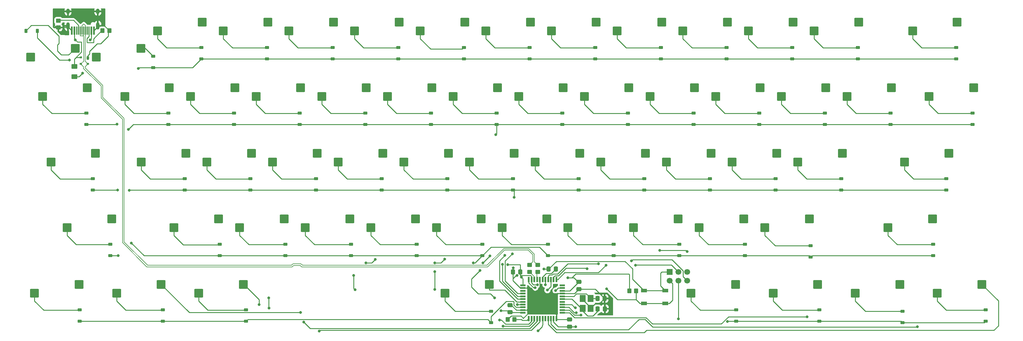
<source format=gbr>
G04 #@! TF.GenerationSoftware,KiCad,Pcbnew,8.0.7*
G04 #@! TF.CreationDate,2024-12-18T16:58:47-05:00*
G04 #@! TF.ProjectId,PCB-Sch,5043422d-5363-4682-9e6b-696361645f70,rev?*
G04 #@! TF.SameCoordinates,Original*
G04 #@! TF.FileFunction,Copper,L2,Bot*
G04 #@! TF.FilePolarity,Positive*
%FSLAX46Y46*%
G04 Gerber Fmt 4.6, Leading zero omitted, Abs format (unit mm)*
G04 Created by KiCad (PCBNEW 8.0.7) date 2024-12-18 16:58:47*
%MOMM*%
%LPD*%
G01*
G04 APERTURE LIST*
G04 Aperture macros list*
%AMRoundRect*
0 Rectangle with rounded corners*
0 $1 Rounding radius*
0 $2 $3 $4 $5 $6 $7 $8 $9 X,Y pos of 4 corners*
0 Add a 4 corners polygon primitive as box body*
4,1,4,$2,$3,$4,$5,$6,$7,$8,$9,$2,$3,0*
0 Add four circle primitives for the rounded corners*
1,1,$1+$1,$2,$3*
1,1,$1+$1,$4,$5*
1,1,$1+$1,$6,$7*
1,1,$1+$1,$8,$9*
0 Add four rect primitives between the rounded corners*
20,1,$1+$1,$2,$3,$4,$5,0*
20,1,$1+$1,$4,$5,$6,$7,0*
20,1,$1+$1,$6,$7,$8,$9,0*
20,1,$1+$1,$8,$9,$2,$3,0*%
G04 Aperture macros list end*
G04 #@! TA.AperFunction,SMDPad,CuDef*
%ADD10RoundRect,0.225000X0.225000X0.375000X-0.225000X0.375000X-0.225000X-0.375000X0.225000X-0.375000X0*%
G04 #@! TD*
G04 #@! TA.AperFunction,SMDPad,CuDef*
%ADD11RoundRect,0.200000X1.075000X1.050000X-1.075000X1.050000X-1.075000X-1.050000X1.075000X-1.050000X0*%
G04 #@! TD*
G04 #@! TA.AperFunction,SMDPad,CuDef*
%ADD12RoundRect,0.200000X-1.075000X-1.050000X1.075000X-1.050000X1.075000X1.050000X-1.075000X1.050000X0*%
G04 #@! TD*
G04 #@! TA.AperFunction,SMDPad,CuDef*
%ADD13R,1.800000X2.100000*%
G04 #@! TD*
G04 #@! TA.AperFunction,SMDPad,CuDef*
%ADD14R,0.700000X0.600000*%
G04 #@! TD*
G04 #@! TA.AperFunction,SMDPad,CuDef*
%ADD15R,0.700000X1.000000*%
G04 #@! TD*
G04 #@! TA.AperFunction,SMDPad,CuDef*
%ADD16R,0.550000X1.500000*%
G04 #@! TD*
G04 #@! TA.AperFunction,SMDPad,CuDef*
%ADD17R,1.500000X0.550000*%
G04 #@! TD*
G04 #@! TA.AperFunction,SMDPad,CuDef*
%ADD18R,1.800000X1.100000*%
G04 #@! TD*
G04 #@! TA.AperFunction,SMDPad,CuDef*
%ADD19RoundRect,0.250000X-0.350000X-0.450000X0.350000X-0.450000X0.350000X0.450000X-0.350000X0.450000X0*%
G04 #@! TD*
G04 #@! TA.AperFunction,SMDPad,CuDef*
%ADD20RoundRect,0.250000X-0.450000X0.350000X-0.450000X-0.350000X0.450000X-0.350000X0.450000X0.350000X0*%
G04 #@! TD*
G04 #@! TA.AperFunction,SMDPad,CuDef*
%ADD21RoundRect,0.250000X0.350000X0.450000X-0.350000X0.450000X-0.350000X-0.450000X0.350000X-0.450000X0*%
G04 #@! TD*
G04 #@! TA.AperFunction,ComponentPad*
%ADD22C,1.700000*%
G04 #@! TD*
G04 #@! TA.AperFunction,ComponentPad*
%ADD23R,1.700000X1.700000*%
G04 #@! TD*
G04 #@! TA.AperFunction,SMDPad,CuDef*
%ADD24RoundRect,0.250001X-0.624999X0.462499X-0.624999X-0.462499X0.624999X-0.462499X0.624999X0.462499X0*%
G04 #@! TD*
G04 #@! TA.AperFunction,SMDPad,CuDef*
%ADD25RoundRect,0.225000X0.375000X-0.225000X0.375000X0.225000X-0.375000X0.225000X-0.375000X-0.225000X0*%
G04 #@! TD*
G04 #@! TA.AperFunction,SMDPad,CuDef*
%ADD26RoundRect,0.250000X0.337500X0.475000X-0.337500X0.475000X-0.337500X-0.475000X0.337500X-0.475000X0*%
G04 #@! TD*
G04 #@! TA.AperFunction,SMDPad,CuDef*
%ADD27RoundRect,0.250000X-0.337500X-0.475000X0.337500X-0.475000X0.337500X0.475000X-0.337500X0.475000X0*%
G04 #@! TD*
G04 #@! TA.AperFunction,SMDPad,CuDef*
%ADD28RoundRect,0.250000X0.475000X-0.337500X0.475000X0.337500X-0.475000X0.337500X-0.475000X-0.337500X0*%
G04 #@! TD*
G04 #@! TA.AperFunction,SMDPad,CuDef*
%ADD29RoundRect,0.250000X-0.475000X0.337500X-0.475000X-0.337500X0.475000X-0.337500X0.475000X0.337500X0*%
G04 #@! TD*
G04 #@! TA.AperFunction,ComponentPad*
%ADD30O,1.000000X1.600000*%
G04 #@! TD*
G04 #@! TA.AperFunction,ComponentPad*
%ADD31O,1.000000X2.100000*%
G04 #@! TD*
G04 #@! TA.AperFunction,SMDPad,CuDef*
%ADD32R,0.300000X2.450000*%
G04 #@! TD*
G04 #@! TA.AperFunction,SMDPad,CuDef*
%ADD33R,0.600000X2.450000*%
G04 #@! TD*
G04 #@! TA.AperFunction,ViaPad*
%ADD34C,0.800000*%
G04 #@! TD*
G04 #@! TA.AperFunction,Conductor*
%ADD35C,0.250000*%
G04 #@! TD*
G04 #@! TA.AperFunction,Conductor*
%ADD36C,0.200001*%
G04 #@! TD*
G04 APERTURE END LIST*
D10*
X69181250Y-70643750D03*
X65881250Y-70643750D03*
D11*
X187442500Y-146843750D03*
X200369500Y-144303750D03*
X77846250Y-127793750D03*
X90773250Y-125253750D03*
X343244500Y-144303750D03*
X330317500Y-146843750D03*
X319432000Y-144303750D03*
X306505000Y-146843750D03*
X295619500Y-144303750D03*
X282692500Y-146843750D03*
X271807000Y-144303750D03*
X258880000Y-146843750D03*
X128932000Y-144303750D03*
X116005000Y-146843750D03*
X105119500Y-144303750D03*
X92192500Y-146843750D03*
X81307000Y-144303750D03*
X68380000Y-146843750D03*
X328957000Y-125253750D03*
X316030000Y-127793750D03*
X293238250Y-125253750D03*
X280311250Y-127793750D03*
X274188250Y-125253750D03*
X261261250Y-127793750D03*
X255138250Y-125253750D03*
X242211250Y-127793750D03*
X236088250Y-125253750D03*
X223161250Y-127793750D03*
X217038250Y-125253750D03*
X204111250Y-127793750D03*
X197988250Y-125253750D03*
X185061250Y-127793750D03*
X178938250Y-125253750D03*
X166011250Y-127793750D03*
X159888250Y-125253750D03*
X146961250Y-127793750D03*
X140838250Y-125253750D03*
X127911250Y-127793750D03*
X121788250Y-125253750D03*
X108861250Y-127793750D03*
X333719500Y-106203750D03*
X320792500Y-108743750D03*
X302763250Y-106203750D03*
X289836250Y-108743750D03*
X283713250Y-106203750D03*
X270786250Y-108743750D03*
X264663250Y-106203750D03*
X251736250Y-108743750D03*
X245613250Y-106203750D03*
X232686250Y-108743750D03*
X226563250Y-106203750D03*
X213636250Y-108743750D03*
X207513250Y-106203750D03*
X194586250Y-108743750D03*
X188463250Y-106203750D03*
X175536250Y-108743750D03*
X169413250Y-106203750D03*
X156486250Y-108743750D03*
X150363250Y-106203750D03*
X137436250Y-108743750D03*
X131313250Y-106203750D03*
X118386250Y-108743750D03*
X112263250Y-106203750D03*
X99336250Y-108743750D03*
X86069500Y-106203750D03*
X73142500Y-108743750D03*
X340863250Y-87153750D03*
X327936250Y-89693750D03*
X317050750Y-87153750D03*
X304123750Y-89693750D03*
X298000750Y-87153750D03*
X285073750Y-89693750D03*
X278950750Y-87153750D03*
X266023750Y-89693750D03*
X259900750Y-87153750D03*
X246973750Y-89693750D03*
X240850750Y-87153750D03*
X227923750Y-89693750D03*
X221800750Y-87153750D03*
X208873750Y-89693750D03*
X202750750Y-87153750D03*
X189823750Y-89693750D03*
X183700750Y-87153750D03*
X170773750Y-89693750D03*
X164650750Y-87153750D03*
X151723750Y-89693750D03*
X145600750Y-87153750D03*
X132673750Y-89693750D03*
X126550750Y-87153750D03*
X113623750Y-89693750D03*
X107500750Y-87153750D03*
X94573750Y-89693750D03*
X83688250Y-87153750D03*
X70761250Y-89693750D03*
X336100750Y-68103750D03*
X323173750Y-70643750D03*
X307525750Y-68103750D03*
X294598750Y-70643750D03*
X288475750Y-68103750D03*
X275548750Y-70643750D03*
X256498750Y-70643750D03*
X269425750Y-68103750D03*
X250375750Y-68103750D03*
X237448750Y-70643750D03*
X231325750Y-68103750D03*
X218398750Y-70643750D03*
X212275750Y-68103750D03*
X199348750Y-70643750D03*
X193225750Y-68103750D03*
X180298750Y-70643750D03*
X174175750Y-68103750D03*
X161248750Y-70643750D03*
X155125750Y-68103750D03*
X142198750Y-70643750D03*
X136075750Y-68103750D03*
X123148750Y-70643750D03*
D12*
X67241750Y-78263750D03*
X80168750Y-75723750D03*
D11*
X117025750Y-68103750D03*
X104098750Y-70643750D03*
D13*
X227425000Y-151300000D03*
X227425000Y-148400000D03*
X229725000Y-148400000D03*
X229725000Y-151300000D03*
D14*
X81825000Y-80250000D03*
X83825000Y-80250000D03*
X81825000Y-78350000D03*
D15*
X83825000Y-78550000D03*
D16*
X211815000Y-142871250D03*
X212615000Y-142871250D03*
X213415000Y-142871250D03*
X214215000Y-142871250D03*
X215015000Y-142871250D03*
X215815000Y-142871250D03*
X216615000Y-142871250D03*
X217415000Y-142871250D03*
X218215000Y-142871250D03*
X219015000Y-142871250D03*
X219815000Y-142871250D03*
D17*
X221515000Y-144571250D03*
X221515000Y-145371250D03*
X221515000Y-146171250D03*
X221515000Y-146971250D03*
X221515000Y-147771250D03*
X221515000Y-148571250D03*
X221515000Y-149371250D03*
X221515000Y-150171250D03*
X221515000Y-150971250D03*
X221515000Y-151771250D03*
X221515000Y-152571250D03*
D16*
X219815000Y-154271250D03*
X219015000Y-154271250D03*
X218215000Y-154271250D03*
X217415000Y-154271250D03*
X216615000Y-154271250D03*
X215815000Y-154271250D03*
X215015000Y-154271250D03*
X214215000Y-154271250D03*
X213415000Y-154271250D03*
X212615000Y-154271250D03*
X211815000Y-154271250D03*
D17*
X210115000Y-152571250D03*
X210115000Y-151771250D03*
X210115000Y-150971250D03*
X210115000Y-150171250D03*
X210115000Y-149371250D03*
X210115000Y-148571250D03*
X210115000Y-147771250D03*
X210115000Y-146971250D03*
X210115000Y-146171250D03*
X210115000Y-145371250D03*
X210115000Y-144571250D03*
D18*
X251425000Y-146125000D03*
X245225000Y-146125000D03*
X251425000Y-149825000D03*
X245225000Y-149825000D03*
D19*
X240946250Y-146208750D03*
X242946250Y-146208750D03*
D20*
X214371250Y-138652500D03*
X214371250Y-140652500D03*
X211990000Y-138652500D03*
X211990000Y-140652500D03*
D21*
X207650000Y-154500000D03*
X205650000Y-154500000D03*
D22*
X257715000Y-143190000D03*
X257715000Y-140650000D03*
X255175000Y-143190000D03*
X255175000Y-140650000D03*
X252635000Y-143190000D03*
D23*
X252635000Y-140650000D03*
D24*
X79950000Y-80975000D03*
X79950000Y-83950000D03*
D25*
X344387500Y-151702500D03*
X344387500Y-155002500D03*
X320257500Y-152082500D03*
X320257500Y-155382500D03*
X296127500Y-151702500D03*
X296127500Y-155002500D03*
X271997500Y-151702500D03*
X271997500Y-155002500D03*
X200877500Y-152082500D03*
X200877500Y-155382500D03*
X129757500Y-151702500D03*
X129757500Y-155002500D03*
X105627500Y-151702500D03*
X105627500Y-155002500D03*
X81497500Y-151702500D03*
X81497500Y-155002500D03*
X329147500Y-132652500D03*
X329147500Y-135952500D03*
X293587500Y-133032500D03*
X293587500Y-136332500D03*
X274537500Y-132652500D03*
X274537500Y-135952500D03*
X255487500Y-132652500D03*
X255487500Y-135952500D03*
X236437500Y-132652500D03*
X236437500Y-135952500D03*
X217387500Y-132652500D03*
X217387500Y-135952500D03*
X198337500Y-132652500D03*
X198337500Y-135952500D03*
X179287500Y-132652500D03*
X179287500Y-135952500D03*
X160237500Y-132652500D03*
X160237500Y-135952500D03*
X141187500Y-132652500D03*
X141187500Y-135952500D03*
X122137500Y-132652500D03*
X122137500Y-135952500D03*
X90387500Y-132652500D03*
X90387500Y-135952500D03*
X332957500Y-113602500D03*
X332957500Y-116902500D03*
X302477500Y-113602500D03*
X302477500Y-116902500D03*
X283427500Y-113602500D03*
X283427500Y-116902500D03*
X264377500Y-113602500D03*
X264377500Y-116902500D03*
X245327500Y-113602500D03*
X245327500Y-116902500D03*
X226277500Y-113602500D03*
X226277500Y-116902500D03*
X207227500Y-113602500D03*
X207227500Y-116902500D03*
X188177500Y-113602500D03*
X188177500Y-116902500D03*
X169127500Y-113602500D03*
X169127500Y-116902500D03*
X150077500Y-116902500D03*
X150077500Y-113602500D03*
X131027500Y-113602500D03*
X131027500Y-116902500D03*
X111977500Y-113602500D03*
X111977500Y-116902500D03*
X85307500Y-113602500D03*
X85307500Y-116902500D03*
X340577500Y-94552500D03*
X340577500Y-97852500D03*
X316765000Y-94552500D03*
X316765000Y-97852500D03*
X297715000Y-94552500D03*
X297715000Y-97852500D03*
X278665000Y-94552500D03*
X278665000Y-97852500D03*
X259615000Y-94552500D03*
X259615000Y-97852500D03*
X240565000Y-94552500D03*
X240565000Y-97852500D03*
X221515000Y-94552500D03*
X221515000Y-97852500D03*
X202465000Y-94552500D03*
X202465000Y-97852500D03*
X183415000Y-94552500D03*
X183415000Y-97852500D03*
X164365000Y-94552500D03*
X164365000Y-97852500D03*
X145315000Y-94552500D03*
X145315000Y-97852500D03*
X126265000Y-94552500D03*
X126265000Y-97852500D03*
X107215000Y-94552500D03*
X107215000Y-97852500D03*
X83402500Y-94552500D03*
X83402500Y-97852500D03*
X335815000Y-75502500D03*
X335815000Y-78802500D03*
X307240000Y-75502500D03*
X307240000Y-78802500D03*
X288190000Y-75502500D03*
X288190000Y-78802500D03*
X269140000Y-75502500D03*
X269140000Y-78802500D03*
X250090000Y-75502500D03*
X250090000Y-78802500D03*
X231040000Y-75502500D03*
X231040000Y-78802500D03*
X211990000Y-75502500D03*
X211990000Y-78802500D03*
X192940000Y-75502500D03*
X192940000Y-78802500D03*
X173890000Y-75502500D03*
X173890000Y-78802500D03*
X154840000Y-75502500D03*
X154840000Y-78802500D03*
X135790000Y-75502500D03*
X135790000Y-78802500D03*
X116740000Y-78802500D03*
X116740000Y-75502500D03*
X102825000Y-81325000D03*
X102825000Y-78025000D03*
D26*
X219621250Y-139858750D03*
X217546250Y-139858750D03*
D27*
X231750000Y-148400000D03*
X233825000Y-148400000D03*
X233875000Y-151400000D03*
X231800000Y-151400000D03*
D26*
X209302500Y-140652500D03*
X207227500Y-140652500D03*
D28*
X206350000Y-152400000D03*
X206350000Y-150325000D03*
D29*
X226350000Y-143575000D03*
X226350000Y-145650000D03*
D28*
X223650000Y-156575000D03*
X223650000Y-154500000D03*
D12*
X86291750Y-78263750D03*
X99218750Y-75723750D03*
D19*
X88080000Y-70620000D03*
X90080000Y-70620000D03*
D30*
X86740000Y-65015000D03*
X78100000Y-65015000D03*
D31*
X86740000Y-69195000D03*
X78100000Y-69195000D03*
D32*
X82170000Y-70610000D03*
X82670000Y-70610000D03*
X83170000Y-70610000D03*
X81670000Y-70610000D03*
X83670000Y-70610000D03*
X81170000Y-70610000D03*
X84170000Y-70610000D03*
X80670000Y-70610000D03*
D33*
X79970000Y-70610000D03*
X84870000Y-70610000D03*
X79195000Y-70610000D03*
X85645000Y-70610000D03*
D20*
X75300000Y-69690000D03*
X75300000Y-67690000D03*
D34*
X255250000Y-154300000D03*
X217200000Y-145975000D03*
X257715000Y-134760000D03*
X249775000Y-134450000D03*
X240946250Y-146200000D03*
X234200000Y-138700000D03*
X241550000Y-137500000D03*
X228750000Y-139725000D03*
X242750000Y-138775000D03*
X234375000Y-145575000D03*
X219575000Y-146100000D03*
X341262500Y-87362500D03*
X333743750Y-105993750D03*
X328662500Y-125362500D03*
X316834375Y-87440625D03*
X297659375Y-87315625D03*
X303212500Y-106275000D03*
X293687500Y-125300000D03*
X283440625Y-106434375D03*
X278634375Y-87340625D03*
X259609375Y-87365625D03*
X264318750Y-106362500D03*
X246062500Y-106362500D03*
X240850750Y-87153750D03*
X232000000Y-138325000D03*
X236537500Y-125412500D03*
X227012500Y-106362500D03*
X222250000Y-87312500D03*
X202406250Y-87275000D03*
X207168750Y-106300000D03*
X217487500Y-125200000D03*
X200369500Y-144303750D03*
X188912500Y-106350000D03*
X184150000Y-87250000D03*
X169862500Y-106362500D03*
X164525000Y-87275000D03*
X145600750Y-87153750D03*
X150363250Y-106203750D03*
X141275000Y-125425000D03*
X131800000Y-106400000D03*
X127000000Y-87312500D03*
X121443750Y-125412500D03*
X111918750Y-106200000D03*
X107668750Y-87031250D03*
X90773250Y-125253750D03*
X86069500Y-106203750D03*
X84152150Y-87327150D03*
X211990000Y-78802500D03*
X213650000Y-145250000D03*
X254793750Y-125412500D03*
X225300000Y-151125000D03*
X225575000Y-152500000D03*
X273843750Y-125412500D03*
X271462500Y-144462500D03*
X226950000Y-153225000D03*
X296068750Y-144462500D03*
X292575000Y-153700000D03*
X319881250Y-143668750D03*
X324525000Y-156625000D03*
X343244500Y-144303750D03*
X80962500Y-144462500D03*
X136400000Y-151225000D03*
X136375000Y-148225000D03*
X214525000Y-157775000D03*
X105119500Y-144303750D03*
X145575000Y-152475000D03*
X150950000Y-157850000D03*
X146500000Y-155250000D03*
X128932000Y-144303750D03*
X133550000Y-150175000D03*
X200877500Y-155382500D03*
X269450000Y-155050000D03*
X159888250Y-125253750D03*
X167225000Y-137075000D03*
X161000000Y-141700000D03*
X164550000Y-138074999D03*
X161387500Y-145862500D03*
X204300000Y-156400000D03*
X178938250Y-125253750D03*
X187400000Y-137000000D03*
X184500000Y-138074999D03*
X184525000Y-145800000D03*
X184525000Y-140625000D03*
X203350000Y-154625000D03*
X207550000Y-118975000D03*
X207000000Y-135400000D03*
X195675000Y-138074999D03*
X204175000Y-138525000D03*
X198525001Y-138049999D03*
X202225000Y-100800000D03*
X204850000Y-135900000D03*
X197988250Y-125253750D03*
X200525000Y-136050000D03*
X197675000Y-140225000D03*
X201900000Y-148200000D03*
X208450000Y-150175000D03*
X98525000Y-81625000D03*
X78550000Y-79125000D03*
X95600000Y-99300000D03*
X92325000Y-97750000D03*
X95875000Y-116950000D03*
X92525000Y-116900000D03*
X92650000Y-135975000D03*
X96500000Y-132300000D03*
X83825000Y-78550000D03*
X207250000Y-139525000D03*
X208356682Y-141728156D03*
X216150000Y-139850000D03*
X223100000Y-142375000D03*
X209625000Y-142225000D03*
X205675000Y-138600000D03*
X82300000Y-82975000D03*
X225375000Y-156600000D03*
X203725000Y-151950000D03*
X336550000Y-68262500D03*
X307181250Y-68262500D03*
X288925000Y-68262500D03*
X269875000Y-68262500D03*
X250031250Y-67468750D03*
X230981250Y-68262500D03*
X212725000Y-68262500D03*
X192881250Y-67468750D03*
X173831250Y-68262500D03*
X155575000Y-68262500D03*
X136525000Y-68262500D03*
X117475000Y-68262500D03*
X86518750Y-78581250D03*
X67468750Y-78581250D03*
X214281675Y-144425000D03*
X216625000Y-144375000D03*
X84520000Y-73270000D03*
X80227500Y-73262500D03*
D35*
X84170000Y-72310000D02*
X84170000Y-70610000D01*
X83730000Y-74090000D02*
X83610000Y-73970000D01*
X83610000Y-72870000D02*
X84170000Y-72310000D01*
X85530000Y-72945000D02*
X85530000Y-74090000D01*
X85530000Y-74090000D02*
X83730000Y-74090000D01*
X87855000Y-70620000D02*
X85530000Y-72945000D01*
X83610000Y-73970000D02*
X83610000Y-72870000D01*
X88080000Y-70620000D02*
X87855000Y-70620000D01*
X79970000Y-72920000D02*
X79970000Y-70610000D01*
X80227500Y-73177500D02*
X79970000Y-72920000D01*
X80227500Y-73262500D02*
X80227500Y-73177500D01*
X74895000Y-65015000D02*
X78100000Y-65015000D01*
X74740000Y-69690000D02*
X73770000Y-68720000D01*
X73770000Y-68720000D02*
X73770000Y-66140000D01*
X75300000Y-69690000D02*
X74740000Y-69690000D01*
X73770000Y-66140000D02*
X74895000Y-65015000D01*
X81170000Y-69060000D02*
X81170000Y-70610000D01*
X79670000Y-67560000D02*
X81170000Y-69060000D01*
X75300000Y-67690000D02*
X75430000Y-67560000D01*
X75430000Y-67560000D02*
X79670000Y-67560000D01*
X78100000Y-69515000D02*
X79195000Y-70610000D01*
X78100000Y-69195000D02*
X78100000Y-69515000D01*
X77605000Y-69690000D02*
X78100000Y-69195000D01*
X75300000Y-69690000D02*
X77605000Y-69690000D01*
X86740000Y-65015000D02*
X78100000Y-65015000D01*
X86740000Y-69195000D02*
X86740000Y-65015000D01*
D36*
X83080000Y-72135001D02*
X83080000Y-79505000D01*
X83080000Y-79505000D02*
X83825000Y-80250000D01*
X83170000Y-72045001D02*
X83080000Y-72135001D01*
X83170000Y-70610000D02*
X83170000Y-72045001D01*
X82625000Y-79450000D02*
X81825000Y-80250000D01*
X82444999Y-72135001D02*
X82625000Y-72315002D01*
X82625000Y-72315002D02*
X82625000Y-79450000D01*
X82670000Y-71910000D02*
X82670000Y-70610000D01*
X82444999Y-72135001D02*
X82670000Y-71910000D01*
X81719999Y-72135001D02*
X82444999Y-72135001D01*
X81670000Y-72085002D02*
X81719999Y-72135001D01*
X81670000Y-70610000D02*
X81670000Y-72085002D01*
X83170000Y-69134998D02*
X83170000Y-70610000D01*
X82685002Y-68650000D02*
X83170000Y-69134998D01*
X82654998Y-68650000D02*
X82685002Y-68650000D01*
X82170000Y-69134998D02*
X82654998Y-68650000D01*
X82170000Y-70610000D02*
X82170000Y-69134998D01*
D35*
X84520000Y-73270000D02*
X84870000Y-72920000D01*
X84870000Y-72920000D02*
X84870000Y-70610000D01*
X86740000Y-69515000D02*
X85645000Y-70610000D01*
X86740000Y-69195000D02*
X86740000Y-69515000D01*
X88655000Y-69195000D02*
X86740000Y-69195000D01*
X90080000Y-70620000D02*
X88655000Y-69195000D01*
X77805000Y-68660000D02*
X78080000Y-68935000D01*
X86720000Y-68935000D02*
X86720000Y-69255000D01*
X79175000Y-70350000D02*
X79175000Y-70030000D01*
D36*
X83199999Y-70300001D02*
X83150000Y-70350000D01*
D35*
X82025000Y-76800000D02*
X82025000Y-73880000D01*
X80375000Y-78450000D02*
X82025000Y-76800000D01*
X82025000Y-73880000D02*
X80845000Y-73880000D01*
X80845000Y-73880000D02*
X80227500Y-73262500D01*
X211815000Y-143871250D02*
X211815000Y-142871250D01*
X213193750Y-145250000D02*
X211815000Y-143871250D01*
X213650000Y-145250000D02*
X213193750Y-145250000D01*
D36*
X212052500Y-140652500D02*
X213415000Y-142015000D01*
X213415000Y-142015000D02*
X213415000Y-142871250D01*
X211990000Y-140652500D02*
X212052500Y-140652500D01*
X214175000Y-142831250D02*
X214215000Y-142871250D01*
X214175000Y-140848750D02*
X214175000Y-142831250D01*
X214371250Y-140652500D02*
X214175000Y-140848750D01*
D35*
X212615000Y-141996250D02*
X212293750Y-141675000D01*
X212293750Y-141675000D02*
X209302500Y-141675000D01*
X209302500Y-141675000D02*
X209302500Y-141902500D01*
X209302500Y-140652500D02*
X209302500Y-141675000D01*
X212615000Y-142871250D02*
X212615000Y-141996250D01*
X255175000Y-154225000D02*
X255175000Y-143190000D01*
X255250000Y-154300000D02*
X255175000Y-154225000D01*
X218215000Y-144960000D02*
X217200000Y-145975000D01*
X218215000Y-142871250D02*
X218215000Y-144960000D01*
X257405000Y-134450000D02*
X249775000Y-134450000D01*
X257715000Y-134760000D02*
X257405000Y-134450000D01*
X240946250Y-146200000D02*
X240946250Y-146208750D01*
X240946250Y-141446250D02*
X240946250Y-146200000D01*
X240800000Y-141300000D02*
X240946250Y-141446250D01*
X225375000Y-141300000D02*
X240800000Y-141300000D01*
X224300000Y-142375000D02*
X225375000Y-141300000D01*
X226125000Y-143575000D02*
X226350000Y-143575000D01*
X224925000Y-142375000D02*
X226125000Y-143575000D01*
X223100000Y-142375000D02*
X224925000Y-142375000D01*
X223100000Y-142375000D02*
X224300000Y-142375000D01*
X220203445Y-142871250D02*
X219815000Y-142871250D01*
X222224695Y-140850000D02*
X220203445Y-142871250D01*
X232050000Y-140850000D02*
X222224695Y-140850000D01*
X234200000Y-138700000D02*
X232050000Y-140850000D01*
X241925000Y-137125000D02*
X241550000Y-137500000D01*
X253311701Y-137125000D02*
X241925000Y-137125000D01*
X256540000Y-140353299D02*
X253311701Y-137125000D01*
X256540000Y-142015000D02*
X256540000Y-140353299D01*
X257715000Y-143190000D02*
X256540000Y-142015000D01*
X242850000Y-138675000D02*
X253200000Y-138675000D01*
X242750000Y-138775000D02*
X242850000Y-138675000D01*
X253200000Y-138675000D02*
X255175000Y-140650000D01*
X220415000Y-141796250D02*
X219393750Y-141796250D01*
X228650000Y-139625000D02*
X222586250Y-139625000D01*
X222586250Y-139625000D02*
X220415000Y-141796250D01*
X219015000Y-142175000D02*
X219015000Y-142871250D01*
X228750000Y-139725000D02*
X228650000Y-139625000D01*
X219393750Y-141796250D02*
X219015000Y-142175000D01*
X220200000Y-141250000D02*
X223125000Y-138325000D01*
X218591396Y-141525000D02*
X218866396Y-141250000D01*
X223125000Y-138325000D02*
X232000000Y-138325000D01*
X217761250Y-141525000D02*
X218591396Y-141525000D01*
X218866396Y-141250000D02*
X220200000Y-141250000D01*
X217415000Y-141871250D02*
X217761250Y-141525000D01*
X217415000Y-142871250D02*
X217415000Y-141871250D01*
X234375000Y-145575000D02*
X237525000Y-148725000D01*
X242917500Y-148725000D02*
X242946250Y-148696250D01*
X237525000Y-148725000D02*
X242917500Y-148725000D01*
X219805000Y-137600000D02*
X217546250Y-139858750D01*
X239725000Y-137600000D02*
X219805000Y-137600000D01*
X241900000Y-139775000D02*
X239725000Y-137600000D01*
X241900000Y-142800000D02*
X241900000Y-139775000D01*
X245225000Y-146125000D02*
X241900000Y-142800000D01*
X220303750Y-145371250D02*
X219575000Y-146100000D01*
X221515000Y-145371250D02*
X220303750Y-145371250D01*
X250375000Y-140650000D02*
X252635000Y-140650000D01*
X250025000Y-144725000D02*
X250025000Y-141000000D01*
X250025000Y-141000000D02*
X250375000Y-140650000D01*
X251425000Y-146125000D02*
X250025000Y-144725000D01*
X253485000Y-144040000D02*
X252635000Y-143190000D01*
X252575000Y-149825000D02*
X253485000Y-148915000D01*
X253485000Y-148915000D02*
X253485000Y-144040000D01*
X251425000Y-149825000D02*
X252575000Y-149825000D01*
X245225000Y-146125000D02*
X251425000Y-146125000D01*
X245225000Y-149825000D02*
X251425000Y-149825000D01*
X244075000Y-149825000D02*
X245225000Y-149825000D01*
X242946250Y-146208750D02*
X242946250Y-148696250D01*
X242946250Y-148696250D02*
X244075000Y-149825000D01*
X346775000Y-157625000D02*
X348050000Y-156350000D01*
X245314092Y-158267750D02*
X245956842Y-157625000D01*
X219792750Y-158267750D02*
X245314092Y-158267750D01*
X348050000Y-149109250D02*
X343244500Y-144303750D01*
X217415000Y-155890000D02*
X219792750Y-158267750D01*
X245956842Y-157625000D02*
X346775000Y-157625000D01*
X348050000Y-156350000D02*
X348050000Y-149109250D01*
X217415000Y-154271250D02*
X217415000Y-155890000D01*
X200369500Y-145930500D02*
X200369500Y-144303750D01*
X200350000Y-145950000D02*
X200369500Y-145930500D01*
X204875000Y-145950000D02*
X200350000Y-145950000D01*
X208296250Y-149371250D02*
X204875000Y-145950000D01*
X210115000Y-149371250D02*
X208296250Y-149371250D01*
X129103750Y-144303750D02*
X128932000Y-144303750D01*
X133550000Y-148750000D02*
X129103750Y-144303750D01*
X133550000Y-150175000D02*
X133550000Y-148750000D01*
X225225000Y-151125000D02*
X225300000Y-151125000D01*
X224925000Y-150825000D02*
X225225000Y-151125000D01*
X224271250Y-150171250D02*
X224925000Y-150825000D01*
X221515000Y-150171250D02*
X224271250Y-150171250D01*
X227000000Y-151300000D02*
X227425000Y-151300000D01*
X221515000Y-148571250D02*
X224271250Y-148571250D01*
X224271250Y-148571250D02*
X227000000Y-151300000D01*
X224961396Y-152500000D02*
X225575000Y-152500000D01*
X224318198Y-151856802D02*
X224961396Y-152500000D01*
X225050000Y-153225000D02*
X226950000Y-153225000D01*
X224175000Y-152350000D02*
X225050000Y-153225000D01*
X269774695Y-153700000D02*
X292575000Y-153700000D01*
X267697195Y-155777500D02*
X269774695Y-153700000D01*
X247658750Y-155777500D02*
X267697195Y-155777500D01*
X245831250Y-153950000D02*
X247658750Y-155777500D01*
X225050000Y-153950000D02*
X245831250Y-153950000D01*
X224225000Y-153125000D02*
X225050000Y-153950000D01*
X218215000Y-155840000D02*
X218215000Y-154271250D01*
X219862500Y-157487500D02*
X218215000Y-155840000D01*
X240723158Y-157487500D02*
X219862500Y-157487500D01*
X243740908Y-154469750D02*
X240723158Y-157487500D01*
X245519750Y-154469750D02*
X243740908Y-154469750D01*
X324525000Y-156625000D02*
X324475000Y-156675000D01*
X324475000Y-156675000D02*
X247725000Y-156675000D01*
X247725000Y-156675000D02*
X245519750Y-154469750D01*
X136375000Y-151200000D02*
X136400000Y-151225000D01*
X136375000Y-148225000D02*
X136375000Y-151200000D01*
X215675000Y-156250000D02*
X215675000Y-156625000D01*
X215675000Y-156625000D02*
X214525000Y-157775000D01*
X151150000Y-157650000D02*
X150950000Y-157850000D01*
X212550000Y-157650000D02*
X151150000Y-157650000D01*
X215015000Y-155185000D02*
X212550000Y-157650000D01*
X215015000Y-154271250D02*
X215015000Y-155185000D01*
X145575000Y-152475000D02*
X145572500Y-152477500D01*
X113293250Y-152477500D02*
X105119500Y-144303750D01*
X145572500Y-152477500D02*
X113293250Y-152477500D01*
X148375000Y-157125000D02*
X146500000Y-155250000D01*
X204600305Y-157125000D02*
X148375000Y-157125000D01*
X204625305Y-157100000D02*
X204600305Y-157125000D01*
X212075000Y-157100000D02*
X204625305Y-157100000D01*
X214215000Y-154960000D02*
X212075000Y-157100000D01*
X214215000Y-154271250D02*
X214215000Y-154960000D01*
X213415000Y-155010000D02*
X213415000Y-154271250D01*
X212575000Y-155850000D02*
X213415000Y-155010000D01*
X211975000Y-156425000D02*
X212550000Y-155850000D01*
X204300000Y-156400000D02*
X204325000Y-156425000D01*
X212550000Y-155850000D02*
X212575000Y-155850000D01*
X204325000Y-156425000D02*
X211975000Y-156425000D01*
X203850000Y-154625000D02*
X203350000Y-154625000D01*
X205050000Y-155825000D02*
X203850000Y-154625000D01*
X212615000Y-155010000D02*
X211800000Y-155825000D01*
X211800000Y-155825000D02*
X205050000Y-155825000D01*
X212615000Y-154271250D02*
X212615000Y-155010000D01*
X211311250Y-154775000D02*
X211815000Y-154271250D01*
X209950000Y-154775000D02*
X211311250Y-154775000D01*
X209675000Y-154500000D02*
X209950000Y-154775000D01*
X207650000Y-154500000D02*
X209675000Y-154500000D01*
X206675000Y-153475000D02*
X205650000Y-154500000D01*
X210211250Y-154150000D02*
X209536250Y-153475000D01*
X209536250Y-153475000D02*
X206675000Y-153475000D01*
X269497500Y-155002500D02*
X269450000Y-155050000D01*
X271997500Y-155002500D02*
X269497500Y-155002500D01*
X166225001Y-138074999D02*
X167225000Y-137075000D01*
X164550000Y-138074999D02*
X166225001Y-138074999D01*
X161000000Y-145475000D02*
X161000000Y-141700000D01*
X161387500Y-145862500D02*
X161000000Y-145475000D01*
X186325001Y-138074999D02*
X187400000Y-137000000D01*
X184500000Y-138074999D02*
X186325001Y-138074999D01*
X184525000Y-145800000D02*
X184525000Y-140625000D01*
X210115000Y-142715000D02*
X210115000Y-144571250D01*
X209625000Y-142225000D02*
X210115000Y-142715000D01*
X207550000Y-117225000D02*
X207227500Y-116902500D01*
X207550000Y-118975000D02*
X207550000Y-117225000D01*
X204950000Y-137450000D02*
X207000000Y-135400000D01*
X204950000Y-143350000D02*
X204950000Y-137450000D01*
X208550000Y-146950000D02*
X204950000Y-143350000D01*
X196215001Y-138074999D02*
X198337500Y-135952500D01*
X195675000Y-138074999D02*
X196215001Y-138074999D01*
X204175000Y-143375000D02*
X204175000Y-138525000D01*
X208571250Y-147771250D02*
X204175000Y-143375000D01*
X195192500Y-145080400D02*
X195192500Y-142707500D01*
X197126950Y-147014850D02*
X195192500Y-145080400D01*
X201900000Y-148200000D02*
X200714850Y-147014850D01*
X200714850Y-147014850D02*
X197126950Y-147014850D01*
X195192500Y-142707500D02*
X197675000Y-140225000D01*
X203300000Y-137450000D02*
X204850000Y-135900000D01*
X208521250Y-148571250D02*
X203300000Y-143350000D01*
X210115000Y-148571250D02*
X208521250Y-148571250D01*
X203300000Y-143350000D02*
X203300000Y-137450000D01*
X202465000Y-100560000D02*
X202465000Y-97852500D01*
X202225000Y-100800000D02*
X202465000Y-100560000D01*
X198525001Y-138049999D02*
X200525000Y-136050000D01*
X208742500Y-150175000D02*
X208450000Y-150175000D01*
X208746250Y-150171250D02*
X208742500Y-150175000D01*
X205275000Y-149225000D02*
X200877500Y-153622500D01*
X207500000Y-149363604D02*
X207361396Y-149225000D01*
X207361396Y-149225000D02*
X205275000Y-149225000D01*
X208171250Y-150971250D02*
X207500000Y-150300000D01*
X207500000Y-150300000D02*
X207500000Y-149363604D01*
X210115000Y-150971250D02*
X208171250Y-150971250D01*
X200877500Y-153622500D02*
X200877500Y-155382500D01*
X210115000Y-150171250D02*
X208746250Y-150171250D01*
X210115000Y-147771250D02*
X208571250Y-147771250D01*
X208571250Y-146971250D02*
X208550000Y-146950000D01*
X210115000Y-146971250D02*
X208571250Y-146971250D01*
X216825000Y-141075000D02*
X215815000Y-142085000D01*
X215815000Y-142085000D02*
X215815000Y-142871250D01*
X218405000Y-141075000D02*
X216825000Y-141075000D01*
X219621250Y-139858750D02*
X218405000Y-141075000D01*
X223432646Y-150971250D02*
X224318198Y-151856802D01*
X221515000Y-150971250D02*
X223432646Y-150971250D01*
X223596250Y-151771250D02*
X224175000Y-152350000D01*
X221515000Y-151771250D02*
X223596250Y-151771250D01*
X221515000Y-152571250D02*
X223525000Y-152571250D01*
X223671250Y-152571250D02*
X224225000Y-153125000D01*
X215815000Y-156110000D02*
X215675000Y-156250000D01*
X215815000Y-154271250D02*
X215815000Y-156110000D01*
X75674869Y-79125000D02*
X78550000Y-79125000D01*
X69229650Y-72679781D02*
X75674869Y-79125000D01*
X69229650Y-70692150D02*
X69229650Y-72679781D01*
X69181250Y-70643750D02*
X69229650Y-70692150D01*
X67425000Y-69100000D02*
X65881250Y-70643750D01*
X72350131Y-69100000D02*
X67425000Y-69100000D01*
X75018750Y-74706250D02*
X75452650Y-74272350D01*
X75452650Y-72202519D02*
X72350131Y-69100000D01*
X75018750Y-76500400D02*
X75018750Y-74706250D01*
X76117100Y-77598750D02*
X75018750Y-76500400D01*
X78293750Y-77598750D02*
X76117100Y-77598750D01*
X75452650Y-74272350D02*
X75452650Y-72202519D01*
X80168750Y-75723750D02*
X78293750Y-77598750D01*
X98825000Y-81325000D02*
X102825000Y-81325000D01*
X98525000Y-81625000D02*
X98825000Y-81325000D01*
X97047500Y-97852500D02*
X107215000Y-97852500D01*
X95600000Y-99300000D02*
X97047500Y-97852500D01*
X92222500Y-97852500D02*
X92325000Y-97750000D01*
X83402500Y-97852500D02*
X92222500Y-97852500D01*
X95875000Y-116950000D02*
X95922500Y-116902500D01*
X95922500Y-116902500D02*
X111977500Y-116902500D01*
X92522500Y-116902500D02*
X92525000Y-116900000D01*
X85307500Y-116902500D02*
X92522500Y-116902500D01*
X92650000Y-135975000D02*
X90410000Y-135975000D01*
X90410000Y-135975000D02*
X90387500Y-135952500D01*
X100152500Y-135952500D02*
X96500000Y-132300000D01*
X96500000Y-132300000D02*
X96537500Y-132337500D01*
X122137500Y-135952500D02*
X100152500Y-135952500D01*
X207227500Y-139547500D02*
X207250000Y-139525000D01*
X207227500Y-140652500D02*
X207227500Y-139547500D01*
X208099344Y-141728156D02*
X207227500Y-142600000D01*
X208356682Y-141728156D02*
X208099344Y-141728156D01*
X207227500Y-142600000D02*
X207227500Y-143252500D01*
X207227500Y-140652500D02*
X207227500Y-142600000D01*
X216158750Y-139858750D02*
X216150000Y-139850000D01*
X217546250Y-139858750D02*
X216158750Y-139858750D01*
X209302500Y-141902500D02*
X209625000Y-142225000D01*
X207227500Y-143252500D02*
X209346250Y-145371250D01*
X209346250Y-145371250D02*
X210115000Y-145371250D01*
X209302500Y-138602500D02*
X209302500Y-140652500D01*
X209300000Y-138600000D02*
X209302500Y-138602500D01*
X205675000Y-138600000D02*
X209300000Y-138600000D01*
X81325000Y-83950000D02*
X79950000Y-83950000D01*
X82300000Y-82975000D02*
X81325000Y-83950000D01*
X225350000Y-156575000D02*
X225375000Y-156600000D01*
X223650000Y-156575000D02*
X225350000Y-156575000D01*
X206300000Y-151950000D02*
X203725000Y-151950000D01*
X206775000Y-152425000D02*
X206300000Y-151950000D01*
X209968750Y-152425000D02*
X206775000Y-152425000D01*
X210115000Y-152571250D02*
X209968750Y-152425000D01*
X208196250Y-151771250D02*
X206300000Y-149875000D01*
X210115000Y-151771250D02*
X208196250Y-151771250D01*
X211687500Y-151712500D02*
X211628750Y-151771250D01*
X211687500Y-152673750D02*
X210211250Y-154150000D01*
X215112500Y-148287500D02*
X211687500Y-151712500D01*
X211687500Y-151712500D02*
X211687500Y-152673750D01*
X215112500Y-148287500D02*
X215015000Y-148190000D01*
X215225000Y-148400000D02*
X215112500Y-148287500D01*
X211628750Y-151771250D02*
X210115000Y-151771250D01*
X212421250Y-145371250D02*
X210115000Y-145371250D01*
X215337500Y-148287500D02*
X216653750Y-146971250D01*
X215225000Y-148400000D02*
X215337500Y-148287500D01*
X215337500Y-148287500D02*
X212421250Y-145371250D01*
X215015000Y-148190000D02*
X215015000Y-142871250D01*
X219815000Y-152990000D02*
X215225000Y-148400000D01*
X219815000Y-154271250D02*
X219815000Y-152990000D01*
X216653750Y-146971250D02*
X221515000Y-146971250D01*
X220043750Y-154500000D02*
X219815000Y-154271250D01*
X223650000Y-154500000D02*
X220043750Y-154500000D01*
X220318750Y-156575000D02*
X223650000Y-156575000D01*
X219015000Y-155271250D02*
X220318750Y-156575000D01*
X219015000Y-154271250D02*
X219015000Y-155271250D01*
X84350000Y-76600000D02*
X84350000Y-77325000D01*
X86540350Y-74409650D02*
X84350000Y-76600000D01*
X84350000Y-77325000D02*
X83825000Y-77850000D01*
X89750000Y-72221184D02*
X87561534Y-74409650D01*
X87561534Y-74409650D02*
X86540350Y-74409650D01*
X83825000Y-77850000D02*
X83825000Y-78550000D01*
X89750000Y-70650000D02*
X89750000Y-72221184D01*
X80475000Y-78350000D02*
X81825000Y-78350000D01*
X80375000Y-78450000D02*
X80475000Y-78350000D01*
X80375000Y-78450000D02*
X79950000Y-78875000D01*
X79950000Y-78875000D02*
X79950000Y-80975000D01*
X82025000Y-78150000D02*
X81825000Y-78350000D01*
X228875000Y-153500000D02*
X227425000Y-152050000D01*
X230425000Y-153500000D02*
X228875000Y-153500000D01*
X231800000Y-152125000D02*
X230425000Y-153500000D01*
X231800000Y-151400000D02*
X231800000Y-152125000D01*
X227425000Y-152050000D02*
X227425000Y-151300000D01*
X233875000Y-150175000D02*
X233450000Y-149750000D01*
X233450000Y-149750000D02*
X232475000Y-149750000D01*
X233875000Y-151400000D02*
X233875000Y-150175000D01*
X232475000Y-149750000D02*
X233825000Y-148400000D01*
X231275000Y-149750000D02*
X232475000Y-149750000D01*
X229725000Y-151300000D02*
X231275000Y-149750000D01*
X229725000Y-151000000D02*
X229725000Y-151300000D01*
X227425000Y-148700000D02*
X229725000Y-151000000D01*
X227425000Y-148400000D02*
X227425000Y-148700000D01*
X225618198Y-147018198D02*
X224865146Y-147771250D01*
X228493198Y-147018198D02*
X225618198Y-147018198D01*
X229725000Y-148250000D02*
X228493198Y-147018198D01*
X224865146Y-147771250D02*
X221515000Y-147771250D01*
X229725000Y-148400000D02*
X229725000Y-148250000D01*
X231750000Y-148400000D02*
X229725000Y-148400000D01*
X231075000Y-145650000D02*
X233825000Y-148400000D01*
X226350000Y-145650000D02*
X231075000Y-145650000D01*
X225028750Y-146971250D02*
X221515000Y-146971250D01*
X226350000Y-145650000D02*
X225028750Y-146971250D01*
X223753750Y-146171250D02*
X221515000Y-146171250D01*
X226350000Y-143575000D02*
X223753750Y-146171250D01*
X81497500Y-155002500D02*
X105627500Y-155002500D01*
X129757500Y-155002500D02*
X105627500Y-155002500D01*
X130290250Y-154469750D02*
X129757500Y-155002500D01*
X199964750Y-154469750D02*
X130290250Y-154469750D01*
X200877500Y-155382500D02*
X199964750Y-154469750D01*
X344007500Y-155382500D02*
X344387500Y-155002500D01*
X320257500Y-155382500D02*
X344007500Y-155382500D01*
X319877500Y-155002500D02*
X320257500Y-155382500D01*
X296127500Y-155002500D02*
X319877500Y-155002500D01*
X271997500Y-155002500D02*
X296127500Y-155002500D01*
X332957716Y-151752650D02*
X344337350Y-151752650D01*
X330317500Y-146843750D02*
X330317500Y-149112434D01*
X330317500Y-149112434D02*
X332957716Y-151752650D01*
X344337350Y-151752650D02*
X344387500Y-151702500D01*
X309475066Y-152082500D02*
X320257500Y-152082500D01*
X306505000Y-149112434D02*
X309475066Y-152082500D01*
X306505000Y-146843750D02*
X306505000Y-149112434D01*
X296077350Y-151752650D02*
X296127500Y-151702500D01*
X285332716Y-151752650D02*
X296077350Y-151752650D01*
X282692500Y-149112434D02*
X285332716Y-151752650D01*
X282692500Y-146843750D02*
X282692500Y-149112434D01*
X271947350Y-151752650D02*
X271997500Y-151702500D01*
X261520216Y-151752650D02*
X271947350Y-151752650D01*
X258880000Y-149112434D02*
X261520216Y-151752650D01*
X258880000Y-146843750D02*
X258880000Y-149112434D01*
X190412566Y-152082500D02*
X200877500Y-152082500D01*
X187442500Y-149112434D02*
X190412566Y-152082500D01*
X187442500Y-146843750D02*
X187442500Y-149112434D01*
X129707350Y-151752650D02*
X129757500Y-151702500D01*
X118645216Y-151752650D02*
X129707350Y-151752650D01*
X116005000Y-149112434D02*
X118645216Y-151752650D01*
X116005000Y-146843750D02*
X116005000Y-149112434D01*
X294187500Y-135952500D02*
X329147500Y-135952500D01*
X293807500Y-136332500D02*
X294187500Y-135952500D01*
X293587500Y-136332500D02*
X293807500Y-136332500D01*
X217387500Y-135952500D02*
X293207500Y-135952500D01*
X293207500Y-135952500D02*
X293587500Y-136332500D01*
X214909998Y-133474998D02*
X217387500Y-135952500D01*
X200815002Y-133474998D02*
X214909998Y-133474998D01*
X198337500Y-135952500D02*
X200815002Y-133474998D01*
X122137500Y-135952500D02*
X198337500Y-135952500D01*
X329097350Y-132702650D02*
X329147500Y-132652500D01*
X318670216Y-132702650D02*
X329097350Y-132702650D01*
X316030000Y-130062434D02*
X318670216Y-132702650D01*
X316030000Y-127793750D02*
X316030000Y-130062434D01*
X283281316Y-133032500D02*
X293587500Y-133032500D01*
X280311250Y-130062434D02*
X283281316Y-133032500D01*
X280311250Y-127793750D02*
X280311250Y-130062434D01*
X263948816Y-132750000D02*
X274440000Y-132750000D01*
X261261250Y-127793750D02*
X261261250Y-130062434D01*
X261261250Y-130062434D02*
X263948816Y-132750000D01*
X274440000Y-132750000D02*
X274537500Y-132652500D01*
X255437350Y-132702650D02*
X255487500Y-132652500D01*
X244851466Y-132702650D02*
X255437350Y-132702650D01*
X242211250Y-130062434D02*
X244851466Y-132702650D01*
X242211250Y-127793750D02*
X242211250Y-130062434D01*
X223161250Y-130062434D02*
X225801466Y-132702650D01*
X225801466Y-132702650D02*
X236387350Y-132702650D01*
X236387350Y-132702650D02*
X236437500Y-132652500D01*
X223161250Y-127793750D02*
X223161250Y-130062434D01*
X206751466Y-132702650D02*
X217337350Y-132702650D01*
X204111250Y-130062434D02*
X206751466Y-132702650D01*
X217337350Y-132702650D02*
X217387500Y-132652500D01*
X204111250Y-127793750D02*
X204111250Y-130062434D01*
X198240000Y-132750000D02*
X198337500Y-132652500D01*
X187748816Y-132750000D02*
X198240000Y-132750000D01*
X185061250Y-130062434D02*
X187748816Y-132750000D01*
X185061250Y-127793750D02*
X185061250Y-130062434D01*
X179237350Y-132702650D02*
X179287500Y-132652500D01*
X168651466Y-132702650D02*
X179237350Y-132702650D01*
X166011250Y-127793750D02*
X166011250Y-130062434D01*
X166011250Y-130062434D02*
X168651466Y-132702650D01*
X149601466Y-132702650D02*
X160187350Y-132702650D01*
X160187350Y-132702650D02*
X160237500Y-132652500D01*
X146961250Y-130062434D02*
X149601466Y-132702650D01*
X146961250Y-127793750D02*
X146961250Y-130062434D01*
X127911250Y-130062434D02*
X130551466Y-132702650D01*
X127911250Y-127793750D02*
X127911250Y-130062434D01*
X130551466Y-132702650D02*
X141137350Y-132702650D01*
X141137350Y-132702650D02*
X141187500Y-132652500D01*
X131027500Y-116902500D02*
X332957500Y-116902500D01*
X111977500Y-116902500D02*
X131027500Y-116902500D01*
X332907350Y-113652650D02*
X332957500Y-113602500D01*
X323432716Y-113652650D02*
X332907350Y-113652650D01*
X320792500Y-108743750D02*
X320792500Y-111012434D01*
X320792500Y-111012434D02*
X323432716Y-113652650D01*
X302427350Y-113652650D02*
X302477500Y-113602500D01*
X292476466Y-113652650D02*
X302427350Y-113652650D01*
X289836250Y-111012434D02*
X292476466Y-113652650D01*
X289836250Y-108743750D02*
X289836250Y-111012434D01*
X273426466Y-113652650D02*
X283377350Y-113652650D01*
X283377350Y-113652650D02*
X283427500Y-113602500D01*
X270786250Y-111012434D02*
X273426466Y-113652650D01*
X270786250Y-108743750D02*
X270786250Y-111012434D01*
X254376466Y-113652650D02*
X264327350Y-113652650D01*
X264327350Y-113652650D02*
X264377500Y-113602500D01*
X251736250Y-111012434D02*
X254376466Y-113652650D01*
X251736250Y-108743750D02*
X251736250Y-111012434D01*
X245277350Y-113652650D02*
X245327500Y-113602500D01*
X232686250Y-111012434D02*
X235326466Y-113652650D01*
X232686250Y-108743750D02*
X232686250Y-111012434D01*
X235326466Y-113652650D02*
X245277350Y-113652650D01*
X226227350Y-113652650D02*
X226277500Y-113602500D01*
X216276466Y-113652650D02*
X226227350Y-113652650D01*
X213636250Y-108743750D02*
X213636250Y-111012434D01*
X213636250Y-111012434D02*
X216276466Y-113652650D01*
X197226466Y-113652650D02*
X207177350Y-113652650D01*
X207177350Y-113652650D02*
X207227500Y-113602500D01*
X194586250Y-111012434D02*
X197226466Y-113652650D01*
X194586250Y-108743750D02*
X194586250Y-111012434D01*
X188080000Y-113700000D02*
X188177500Y-113602500D01*
X178223816Y-113700000D02*
X188080000Y-113700000D01*
X175536250Y-111012434D02*
X178223816Y-113700000D01*
X175536250Y-108743750D02*
X175536250Y-111012434D01*
X159126466Y-113652650D02*
X169077350Y-113652650D01*
X169077350Y-113652650D02*
X169127500Y-113602500D01*
X156486250Y-111012434D02*
X159126466Y-113652650D01*
X156486250Y-108743750D02*
X156486250Y-111012434D01*
X150027350Y-113652650D02*
X150077500Y-113602500D01*
X140076466Y-113652650D02*
X150027350Y-113652650D01*
X137436250Y-108743750D02*
X137436250Y-111012434D01*
X137436250Y-111012434D02*
X140076466Y-113652650D01*
X130977350Y-113652650D02*
X131027500Y-113602500D01*
X118386250Y-111012434D02*
X121026466Y-113652650D01*
X121026466Y-113652650D02*
X130977350Y-113652650D01*
X118386250Y-108743750D02*
X118386250Y-111012434D01*
X316765000Y-97852500D02*
X107215000Y-97852500D01*
X340577500Y-97852500D02*
X316765000Y-97852500D01*
X340527350Y-94602650D02*
X340577500Y-94552500D01*
X330576466Y-94602650D02*
X340527350Y-94602650D01*
X327936250Y-89693750D02*
X327936250Y-91962434D01*
X327936250Y-91962434D02*
X330576466Y-94602650D01*
X316714850Y-94602650D02*
X316765000Y-94552500D01*
X304123750Y-91962434D02*
X306763966Y-94602650D01*
X306763966Y-94602650D02*
X316714850Y-94602650D01*
X304123750Y-89693750D02*
X304123750Y-91962434D01*
X297664850Y-94602650D02*
X297715000Y-94552500D01*
X285073750Y-91962434D02*
X287713966Y-94602650D01*
X287713966Y-94602650D02*
X297664850Y-94602650D01*
X285073750Y-89693750D02*
X285073750Y-91962434D01*
X278614850Y-94602650D02*
X278665000Y-94552500D01*
X268663966Y-94602650D02*
X278614850Y-94602650D01*
X266023750Y-91962434D02*
X268663966Y-94602650D01*
X266023750Y-89693750D02*
X266023750Y-91962434D01*
X259564850Y-94602650D02*
X259615000Y-94552500D01*
X246973750Y-91962434D02*
X249613966Y-94602650D01*
X249613966Y-94602650D02*
X259564850Y-94602650D01*
X246973750Y-89693750D02*
X246973750Y-91962434D01*
X240514850Y-94602650D02*
X240565000Y-94552500D01*
X230563966Y-94602650D02*
X240514850Y-94602650D01*
X227923750Y-91962434D02*
X230563966Y-94602650D01*
X227923750Y-89693750D02*
X227923750Y-91962434D01*
X221464850Y-94602650D02*
X221515000Y-94552500D01*
X208873750Y-91962434D02*
X211513966Y-94602650D01*
X208873750Y-89693750D02*
X208873750Y-91962434D01*
X211513966Y-94602650D02*
X221464850Y-94602650D01*
X202414850Y-94602650D02*
X202465000Y-94552500D01*
X189823750Y-91962434D02*
X192463966Y-94602650D01*
X189823750Y-89693750D02*
X189823750Y-91962434D01*
X192463966Y-94602650D02*
X202414850Y-94602650D01*
X183364850Y-94602650D02*
X183415000Y-94552500D01*
X173413966Y-94602650D02*
X183364850Y-94602650D01*
X170773750Y-91962434D02*
X173413966Y-94602650D01*
X170773750Y-89693750D02*
X170773750Y-91962434D01*
X164314850Y-94602650D02*
X164365000Y-94552500D01*
X151723750Y-91962434D02*
X154363966Y-94602650D01*
X154363966Y-94602650D02*
X164314850Y-94602650D01*
X151723750Y-89693750D02*
X151723750Y-91962434D01*
X135313966Y-94602650D02*
X145264850Y-94602650D01*
X145264850Y-94602650D02*
X145315000Y-94552500D01*
X132673750Y-91962434D02*
X135313966Y-94602650D01*
X132673750Y-89693750D02*
X132673750Y-91962434D01*
X126192500Y-94625000D02*
X126265000Y-94552500D01*
X116286316Y-94625000D02*
X126192500Y-94625000D01*
X113623750Y-91962434D02*
X116286316Y-94625000D01*
X113623750Y-89693750D02*
X113623750Y-91962434D01*
X307240000Y-78802500D02*
X335815000Y-78802500D01*
X288190000Y-78802500D02*
X307240000Y-78802500D01*
X269140000Y-78802500D02*
X288190000Y-78802500D01*
X250090000Y-78802500D02*
X269140000Y-78802500D01*
X231040000Y-78802500D02*
X250090000Y-78802500D01*
X231040000Y-78802500D02*
X211990000Y-78802500D01*
X192940000Y-78802500D02*
X211990000Y-78802500D01*
X173890000Y-78802500D02*
X192940000Y-78802500D01*
X154840000Y-78802500D02*
X173890000Y-78802500D01*
X135790000Y-78802500D02*
X154840000Y-78802500D01*
X116740000Y-78802500D02*
X135790000Y-78802500D01*
X114217500Y-81325000D02*
X116740000Y-78802500D01*
X102825000Y-81325000D02*
X114217500Y-81325000D01*
X335764850Y-75552650D02*
X335815000Y-75502500D01*
X325813966Y-75552650D02*
X335764850Y-75552650D01*
X323173750Y-72912434D02*
X325813966Y-75552650D01*
X323173750Y-70643750D02*
X323173750Y-72912434D01*
X307189850Y-75552650D02*
X307240000Y-75502500D01*
X297238966Y-75552650D02*
X307189850Y-75552650D01*
X294598750Y-72912434D02*
X297238966Y-75552650D01*
X294598750Y-70643750D02*
X294598750Y-72912434D01*
X278188966Y-75552650D02*
X288139850Y-75552650D01*
X288139850Y-75552650D02*
X288190000Y-75502500D01*
X275548750Y-72912434D02*
X278188966Y-75552650D01*
X275548750Y-70643750D02*
X275548750Y-72912434D01*
X269042500Y-75600000D02*
X269140000Y-75502500D01*
X259186316Y-75600000D02*
X269042500Y-75600000D01*
X256498750Y-72912434D02*
X259186316Y-75600000D01*
X256498750Y-70643750D02*
X256498750Y-72912434D01*
X250039850Y-75552650D02*
X250090000Y-75502500D01*
X240088966Y-75552650D02*
X250039850Y-75552650D01*
X237448750Y-70643750D02*
X237448750Y-72912434D01*
X237448750Y-72912434D02*
X240088966Y-75552650D01*
X218398750Y-72912434D02*
X221038966Y-75552650D01*
X230989850Y-75552650D02*
X231040000Y-75502500D01*
X218398750Y-70643750D02*
X218398750Y-72912434D01*
X221038966Y-75552650D02*
X230989850Y-75552650D01*
X211939850Y-75552650D02*
X211990000Y-75502500D01*
X201988966Y-75552650D02*
X211939850Y-75552650D01*
X199348750Y-70643750D02*
X199348750Y-72912434D01*
X199348750Y-72912434D02*
X201988966Y-75552650D01*
X192492500Y-75950000D02*
X192940000Y-75502500D01*
X183336316Y-75950000D02*
X192492500Y-75950000D01*
X180298750Y-72912434D02*
X183336316Y-75950000D01*
X180298750Y-70643750D02*
X180298750Y-72912434D01*
X163888966Y-75552650D02*
X173839850Y-75552650D01*
X161248750Y-72912434D02*
X163888966Y-75552650D01*
X173839850Y-75552650D02*
X173890000Y-75502500D01*
X161248750Y-70643750D02*
X161248750Y-72912434D01*
X154789850Y-75552650D02*
X154840000Y-75502500D01*
X144838966Y-75552650D02*
X154789850Y-75552650D01*
X142198750Y-72912434D02*
X144838966Y-75552650D01*
X142198750Y-70643750D02*
X142198750Y-72912434D01*
X135692500Y-75600000D02*
X135790000Y-75502500D01*
X125836316Y-75600000D02*
X135692500Y-75600000D01*
X123148750Y-72912434D02*
X125836316Y-75600000D01*
X123148750Y-70643750D02*
X123148750Y-72912434D01*
X116689850Y-75552650D02*
X116740000Y-75502500D01*
X104098750Y-72912434D02*
X106738966Y-75552650D01*
X106738966Y-75552650D02*
X116689850Y-75552650D01*
X104098750Y-70643750D02*
X104098750Y-72912434D01*
X100523750Y-75723750D02*
X102825000Y-78025000D01*
X99218750Y-75723750D02*
X100523750Y-75723750D01*
X97213966Y-94602650D02*
X107164850Y-94602650D01*
X94573750Y-91962434D02*
X97213966Y-94602650D01*
X107164850Y-94602650D02*
X107215000Y-94552500D01*
X94573750Y-89693750D02*
X94573750Y-91962434D01*
X101976466Y-113652650D02*
X111927350Y-113652650D01*
X99336250Y-111012434D02*
X101976466Y-113652650D01*
X111927350Y-113652650D02*
X111977500Y-113602500D01*
X99336250Y-108743750D02*
X99336250Y-111012434D01*
X122015000Y-132775000D02*
X122137500Y-132652500D01*
X111573816Y-132775000D02*
X122015000Y-132775000D01*
X108861250Y-130062434D02*
X111573816Y-132775000D01*
X108861250Y-127793750D02*
X108861250Y-130062434D01*
X105577350Y-151752650D02*
X105627500Y-151702500D01*
X94832716Y-151752650D02*
X105577350Y-151752650D01*
X92192500Y-149112434D02*
X94832716Y-151752650D01*
X92192500Y-146843750D02*
X92192500Y-149112434D01*
X81447350Y-151752650D02*
X81497500Y-151702500D01*
X71020216Y-151752650D02*
X81447350Y-151752650D01*
X68380000Y-146843750D02*
X68380000Y-149112434D01*
X68380000Y-149112434D02*
X71020216Y-151752650D01*
X90337350Y-132702650D02*
X90387500Y-132652500D01*
X80486466Y-132702650D02*
X90337350Y-132702650D01*
X77846250Y-130062434D02*
X80486466Y-132702650D01*
X77846250Y-127793750D02*
X77846250Y-130062434D01*
X85257350Y-113652650D02*
X85307500Y-113602500D01*
X75782716Y-113652650D02*
X85257350Y-113652650D01*
X73142500Y-111012434D02*
X75782716Y-113652650D01*
X73142500Y-108743750D02*
X73142500Y-111012434D01*
X83352350Y-94602650D02*
X83402500Y-94552500D01*
X73401466Y-94602650D02*
X83352350Y-94602650D01*
X70761250Y-91962434D02*
X73401466Y-94602650D01*
X70761250Y-89693750D02*
X70761250Y-91962434D01*
X336391250Y-68103750D02*
X336550000Y-68262500D01*
X336100750Y-68103750D02*
X336391250Y-68103750D01*
X307340000Y-68103750D02*
X307181250Y-68262500D01*
X307525750Y-68103750D02*
X307340000Y-68103750D01*
X288475750Y-68103750D02*
X288766250Y-68103750D01*
X288766250Y-68103750D02*
X288925000Y-68262500D01*
X269716250Y-68103750D02*
X269875000Y-68262500D01*
X269425750Y-68103750D02*
X269716250Y-68103750D01*
X250375750Y-67813250D02*
X250031250Y-67468750D01*
X250375750Y-68103750D02*
X250375750Y-67813250D01*
X231140000Y-68103750D02*
X230981250Y-68262500D01*
X231325750Y-68103750D02*
X231140000Y-68103750D01*
X212566250Y-68103750D02*
X212725000Y-68262500D01*
X212275750Y-68103750D02*
X212566250Y-68103750D01*
X193225750Y-67813250D02*
X192881250Y-67468750D01*
X193225750Y-68103750D02*
X193225750Y-67813250D01*
X173990000Y-68103750D02*
X173831250Y-68262500D01*
X174175750Y-68103750D02*
X173990000Y-68103750D01*
X155416250Y-68103750D02*
X155575000Y-68262500D01*
X155125750Y-68103750D02*
X155416250Y-68103750D01*
X136366250Y-68103750D02*
X136525000Y-68262500D01*
X136075750Y-68103750D02*
X136366250Y-68103750D01*
X117316250Y-68103750D02*
X117475000Y-68262500D01*
X117025750Y-68103750D02*
X117316250Y-68103750D01*
X86291750Y-78354250D02*
X86518750Y-78581250D01*
X86291750Y-78263750D02*
X86291750Y-78354250D01*
X67241750Y-78354250D02*
X67468750Y-78581250D01*
X67241750Y-78263750D02*
X67241750Y-78354250D01*
X213168750Y-144425000D02*
X214281675Y-144425000D01*
X212615000Y-142871250D02*
X212615000Y-143871250D01*
X212615000Y-143871250D02*
X213168750Y-144425000D01*
X216625000Y-144375000D02*
X216625000Y-142881250D01*
X216625000Y-142881250D02*
X216615000Y-142871250D01*
X75300000Y-67690000D02*
X75762397Y-67227603D01*
D36*
X211581801Y-134350001D02*
X212955624Y-135723824D01*
X204743199Y-134350001D02*
X211581801Y-134350001D01*
X199868199Y-139225001D02*
X204743199Y-134350001D01*
X145938526Y-139225001D02*
X199868199Y-139225001D01*
X212955624Y-137686876D02*
X211990000Y-138652500D01*
X145498375Y-138784850D02*
X145938526Y-139225001D01*
X212955624Y-135723824D02*
X212955624Y-137686876D01*
X143556625Y-138784850D02*
X145498375Y-138784850D01*
X100981801Y-139225001D02*
X143116474Y-139225001D01*
X87724999Y-86693199D02*
X87724999Y-90118199D01*
X82600000Y-81568200D02*
X87724999Y-86693199D01*
X93899999Y-132143199D02*
X100981801Y-139225001D01*
X87724999Y-90118199D02*
X93899999Y-96293199D01*
X82600000Y-81075000D02*
X82600000Y-81568200D01*
X81825000Y-80300000D02*
X82600000Y-81075000D01*
X143116474Y-139225001D02*
X143556625Y-138784850D01*
X81825000Y-80250000D02*
X81825000Y-80300000D01*
X93899999Y-96293199D02*
X93899999Y-132143199D01*
X213405626Y-135537426D02*
X213405626Y-137686876D01*
X213405626Y-137686876D02*
X214371250Y-138652500D01*
X204556801Y-133899999D02*
X211768199Y-133899999D01*
X199681801Y-138774999D02*
X204556801Y-133899999D01*
X146124894Y-138774999D02*
X199681801Y-138774999D01*
X145684764Y-138334869D02*
X146124894Y-138774999D01*
X143370236Y-138334869D02*
X145684764Y-138334869D01*
X142930106Y-138774999D02*
X143370236Y-138334869D01*
X94350001Y-131956801D02*
X101168199Y-138774999D01*
X211768199Y-133899999D02*
X213405626Y-135537426D01*
X94350001Y-96106801D02*
X94350001Y-131956801D01*
X83050000Y-81381800D02*
X88175001Y-86506801D01*
X88175001Y-86506801D02*
X88175001Y-89931801D01*
X83050000Y-81075000D02*
X83050000Y-81381800D01*
X83825000Y-80300000D02*
X83050000Y-81075000D01*
X101168199Y-138774999D02*
X142930106Y-138774999D01*
X83825000Y-80250000D02*
X83825000Y-80300000D01*
X88175001Y-89931801D02*
X94350001Y-96106801D01*
G04 #@! TA.AperFunction,Conductor*
G36*
X234616087Y-146704685D02*
G01*
X234636727Y-146721318D01*
X236183681Y-148268272D01*
X236217166Y-148329594D01*
X236220000Y-148355952D01*
X236220000Y-153200500D01*
X236200315Y-153267539D01*
X236147511Y-153313294D01*
X236096000Y-153324500D01*
X231784452Y-153324500D01*
X231717413Y-153304815D01*
X231671658Y-153252011D01*
X231661714Y-153182853D01*
X231690739Y-153119297D01*
X231696771Y-153112819D01*
X231910857Y-152898733D01*
X232152510Y-152657079D01*
X232213831Y-152623596D01*
X232227577Y-152621405D01*
X232290297Y-152614999D01*
X232456834Y-152559814D01*
X232606156Y-152467712D01*
X232730212Y-152343656D01*
X232732252Y-152340347D01*
X232734245Y-152338555D01*
X232734693Y-152337989D01*
X232734789Y-152338065D01*
X232784194Y-152293623D01*
X232853156Y-152282395D01*
X232917240Y-152310234D01*
X232943329Y-152340339D01*
X232945181Y-152343341D01*
X232945183Y-152343344D01*
X233069154Y-152467315D01*
X233218375Y-152559356D01*
X233218380Y-152559358D01*
X233384802Y-152614505D01*
X233384809Y-152614506D01*
X233487519Y-152624999D01*
X233624999Y-152624999D01*
X234125000Y-152624999D01*
X234262472Y-152624999D01*
X234262486Y-152624998D01*
X234365197Y-152614505D01*
X234531619Y-152559358D01*
X234531624Y-152559356D01*
X234680845Y-152467315D01*
X234804815Y-152343345D01*
X234896856Y-152194124D01*
X234896858Y-152194119D01*
X234952005Y-152027697D01*
X234952006Y-152027690D01*
X234962499Y-151924986D01*
X234962500Y-151924973D01*
X234962500Y-151650000D01*
X234125000Y-151650000D01*
X234125000Y-152624999D01*
X233624999Y-152624999D01*
X233625000Y-152624998D01*
X233625000Y-151150000D01*
X234125000Y-151150000D01*
X234962499Y-151150000D01*
X234962499Y-150875028D01*
X234962498Y-150875013D01*
X234952005Y-150772302D01*
X234896858Y-150605880D01*
X234896856Y-150605875D01*
X234804815Y-150456654D01*
X234680845Y-150332684D01*
X234531624Y-150240643D01*
X234531619Y-150240641D01*
X234365197Y-150185494D01*
X234365190Y-150185493D01*
X234262486Y-150175000D01*
X234125000Y-150175000D01*
X234125000Y-151150000D01*
X233625000Y-151150000D01*
X233625000Y-150175000D01*
X233487527Y-150175000D01*
X233487512Y-150175001D01*
X233384802Y-150185494D01*
X233218380Y-150240641D01*
X233218375Y-150240643D01*
X233069154Y-150332684D01*
X232945183Y-150456655D01*
X232945179Y-150456660D01*
X232943326Y-150459665D01*
X232941518Y-150461290D01*
X232940702Y-150462323D01*
X232940525Y-150462183D01*
X232891374Y-150506385D01*
X232822411Y-150517601D01*
X232758331Y-150489752D01*
X232732253Y-150459653D01*
X232732237Y-150459628D01*
X232730212Y-150456344D01*
X232606156Y-150332288D01*
X232513388Y-150275069D01*
X232456836Y-150240187D01*
X232456831Y-150240185D01*
X232455362Y-150239698D01*
X232290297Y-150185001D01*
X232290295Y-150185000D01*
X232187510Y-150174500D01*
X231412498Y-150174500D01*
X231412480Y-150174501D01*
X231309703Y-150185000D01*
X231309696Y-150185002D01*
X231267113Y-150199113D01*
X231197285Y-150201514D01*
X231137243Y-150165783D01*
X231111928Y-150124740D01*
X231068354Y-150007913D01*
X231068352Y-150007910D01*
X231006082Y-149924727D01*
X230981665Y-149859262D01*
X230996517Y-149790989D01*
X231006083Y-149776104D01*
X231021524Y-149755478D01*
X231068796Y-149692331D01*
X231073706Y-149679165D01*
X231115575Y-149623231D01*
X231181038Y-149598811D01*
X231228890Y-149604788D01*
X231259703Y-149614999D01*
X231362491Y-149625500D01*
X232137508Y-149625499D01*
X232137516Y-149625498D01*
X232137519Y-149625498D01*
X232193802Y-149619748D01*
X232240297Y-149614999D01*
X232406834Y-149559814D01*
X232556156Y-149467712D01*
X232680212Y-149343656D01*
X232682252Y-149340347D01*
X232684245Y-149338555D01*
X232684693Y-149337989D01*
X232684789Y-149338065D01*
X232734194Y-149293623D01*
X232803156Y-149282395D01*
X232867240Y-149310234D01*
X232893329Y-149340339D01*
X232895181Y-149343341D01*
X232895183Y-149343344D01*
X233019154Y-149467315D01*
X233168375Y-149559356D01*
X233168380Y-149559358D01*
X233334802Y-149614505D01*
X233334809Y-149614506D01*
X233437519Y-149624999D01*
X233574999Y-149624999D01*
X234075000Y-149624999D01*
X234212472Y-149624999D01*
X234212486Y-149624998D01*
X234315197Y-149614505D01*
X234481619Y-149559358D01*
X234481624Y-149559356D01*
X234630845Y-149467315D01*
X234754815Y-149343345D01*
X234846856Y-149194124D01*
X234846858Y-149194119D01*
X234902005Y-149027697D01*
X234902006Y-149027690D01*
X234912499Y-148924986D01*
X234912500Y-148924973D01*
X234912500Y-148650000D01*
X234075000Y-148650000D01*
X234075000Y-149624999D01*
X233574999Y-149624999D01*
X233575000Y-149624998D01*
X233575000Y-148150000D01*
X234075000Y-148150000D01*
X234912499Y-148150000D01*
X234912499Y-147875028D01*
X234912498Y-147875013D01*
X234902005Y-147772302D01*
X234846858Y-147605880D01*
X234846856Y-147605875D01*
X234754815Y-147456654D01*
X234630845Y-147332684D01*
X234481624Y-147240643D01*
X234481619Y-147240641D01*
X234315197Y-147185494D01*
X234315190Y-147185493D01*
X234212486Y-147175000D01*
X234075000Y-147175000D01*
X234075000Y-148150000D01*
X233575000Y-148150000D01*
X233575000Y-147175000D01*
X233437527Y-147175000D01*
X233437512Y-147175001D01*
X233334802Y-147185494D01*
X233168380Y-147240641D01*
X233168375Y-147240643D01*
X233019154Y-147332684D01*
X232895183Y-147456655D01*
X232895179Y-147456660D01*
X232893326Y-147459665D01*
X232891518Y-147461290D01*
X232890702Y-147462323D01*
X232890525Y-147462183D01*
X232841374Y-147506385D01*
X232772411Y-147517601D01*
X232708331Y-147489752D01*
X232682253Y-147459653D01*
X232682237Y-147459628D01*
X232680212Y-147456344D01*
X232556156Y-147332288D01*
X232406834Y-147240186D01*
X232240297Y-147185001D01*
X232240295Y-147185000D01*
X232137510Y-147174500D01*
X231362498Y-147174500D01*
X231362480Y-147174501D01*
X231259703Y-147185000D01*
X231259698Y-147185001D01*
X231228890Y-147195210D01*
X231159061Y-147197610D01*
X231099020Y-147161877D01*
X231073706Y-147120834D01*
X231068796Y-147107669D01*
X231068793Y-147107664D01*
X230982547Y-146992455D01*
X230982544Y-146992452D01*
X230870087Y-146908266D01*
X230828216Y-146852332D01*
X230823232Y-146782641D01*
X230856718Y-146721318D01*
X230918041Y-146687834D01*
X230944398Y-146685000D01*
X234549048Y-146685000D01*
X234616087Y-146704685D01*
G37*
G04 #@! TD.AperFunction*
G04 #@! TA.AperFunction,Conductor*
G36*
X215432514Y-144115340D02*
G01*
X215432517Y-144115341D01*
X215492127Y-144121750D01*
X215608441Y-144121749D01*
X215675480Y-144141433D01*
X215721235Y-144194237D01*
X215731762Y-144258710D01*
X215719540Y-144375000D01*
X215739326Y-144563256D01*
X215739327Y-144563259D01*
X215797818Y-144743277D01*
X215797821Y-144743284D01*
X215892467Y-144907216D01*
X215995466Y-145021608D01*
X216019129Y-145047888D01*
X216172265Y-145159148D01*
X216172270Y-145159151D01*
X216345192Y-145236142D01*
X216345193Y-145236142D01*
X216345197Y-145236144D01*
X216377650Y-145243042D01*
X216394388Y-145246600D01*
X216455870Y-145279792D01*
X216489647Y-145340955D01*
X216484995Y-145410669D01*
X216468926Y-145440775D01*
X216467467Y-145442781D01*
X216372821Y-145606715D01*
X216372818Y-145606722D01*
X216315817Y-145782154D01*
X216314326Y-145786744D01*
X216294540Y-145975000D01*
X216314326Y-146163256D01*
X216314327Y-146163259D01*
X216372818Y-146343277D01*
X216372821Y-146343284D01*
X216467467Y-146507216D01*
X216513189Y-146557995D01*
X216594129Y-146647888D01*
X216747265Y-146759148D01*
X216747270Y-146759151D01*
X216920192Y-146836142D01*
X216920197Y-146836144D01*
X217105354Y-146875500D01*
X217105355Y-146875500D01*
X217294644Y-146875500D01*
X217294646Y-146875500D01*
X217479803Y-146836144D01*
X217652730Y-146759151D01*
X217805871Y-146647888D01*
X217932533Y-146507216D01*
X218027179Y-146343284D01*
X218085674Y-146163256D01*
X218103321Y-145995345D01*
X218129905Y-145930732D01*
X218138952Y-145920636D01*
X218606664Y-145452925D01*
X218606671Y-145452919D01*
X218613731Y-145445858D01*
X218613733Y-145445858D01*
X218664222Y-145395369D01*
X218696200Y-145377907D01*
X218698355Y-145364711D01*
X218707042Y-145349477D01*
X218769311Y-145256286D01*
X218769312Y-145256285D01*
X218769313Y-145256282D01*
X218769315Y-145256279D01*
X218788835Y-145209151D01*
X218816463Y-145142451D01*
X218840500Y-145021607D01*
X218840500Y-144898393D01*
X218840500Y-144245749D01*
X218860185Y-144178710D01*
X218912989Y-144132955D01*
X218964500Y-144121749D01*
X219337871Y-144121749D01*
X219337872Y-144121749D01*
X219397483Y-144115341D01*
X219397486Y-144115339D01*
X219401744Y-144114882D01*
X219428254Y-144114882D01*
X219432514Y-144115339D01*
X219432517Y-144115341D01*
X219492127Y-144121750D01*
X220137872Y-144121749D01*
X220140500Y-144121749D01*
X220207539Y-144141433D01*
X220253294Y-144194237D01*
X220264500Y-144245749D01*
X220264500Y-144639538D01*
X220244815Y-144706577D01*
X220192011Y-144752332D01*
X220164691Y-144761155D01*
X220121304Y-144769785D01*
X220121295Y-144769787D01*
X220111774Y-144773732D01*
X220111769Y-144773734D01*
X220007468Y-144816935D01*
X220007464Y-144816937D01*
X219978359Y-144836385D01*
X219968567Y-144842929D01*
X219905018Y-144885390D01*
X219883195Y-144907214D01*
X219817892Y-144972517D01*
X219817889Y-144972520D01*
X219715910Y-145074500D01*
X219627229Y-145163181D01*
X219565906Y-145196666D01*
X219539548Y-145199500D01*
X219480354Y-145199500D01*
X219460143Y-145203796D01*
X219295197Y-145238855D01*
X219295192Y-145238857D01*
X219122270Y-145315848D01*
X219122265Y-145315851D01*
X218969129Y-145427111D01*
X218969128Y-145427112D01*
X218902297Y-145501335D01*
X218864637Y-145524535D01*
X218860735Y-145542477D01*
X218844057Y-145566018D01*
X218842466Y-145567785D01*
X218747821Y-145731715D01*
X218747818Y-145731722D01*
X218689327Y-145911740D01*
X218689326Y-145911744D01*
X218669540Y-146100000D01*
X218689326Y-146288256D01*
X218689327Y-146288259D01*
X218747818Y-146468277D01*
X218747821Y-146468284D01*
X218842467Y-146632216D01*
X218926578Y-146725630D01*
X218969129Y-146772888D01*
X219122265Y-146884148D01*
X219122270Y-146884151D01*
X219295192Y-146961142D01*
X219295197Y-146961144D01*
X219480354Y-147000500D01*
X219480355Y-147000500D01*
X219669644Y-147000500D01*
X219669646Y-147000500D01*
X219854803Y-146961144D01*
X220027730Y-146884151D01*
X220180871Y-146772888D01*
X220190423Y-146762278D01*
X220249909Y-146725630D01*
X220282574Y-146721250D01*
X220283591Y-146721250D01*
X220350630Y-146740935D01*
X220382855Y-146770936D01*
X220407454Y-146803796D01*
X220407455Y-146803796D01*
X220407456Y-146803798D01*
X220498540Y-146871984D01*
X220540411Y-146927918D01*
X220545395Y-146997609D01*
X220511909Y-147058932D01*
X220498540Y-147070516D01*
X220407456Y-147138701D01*
X220407454Y-147138704D01*
X220382856Y-147171562D01*
X220326924Y-147213432D01*
X220283591Y-147221250D01*
X220265000Y-147221250D01*
X220265000Y-147294094D01*
X220271619Y-147355648D01*
X220271620Y-147382159D01*
X220270909Y-147388764D01*
X220270909Y-147388767D01*
X220264500Y-147448377D01*
X220264500Y-147448384D01*
X220264500Y-147448385D01*
X220264500Y-148094120D01*
X220264501Y-148094129D01*
X220271367Y-148158001D01*
X220271367Y-148184507D01*
X220270909Y-148188766D01*
X220270909Y-148188767D01*
X220264500Y-148248377D01*
X220264500Y-148248379D01*
X220264500Y-148248383D01*
X220264500Y-148894120D01*
X220264501Y-148894129D01*
X220271367Y-148958001D01*
X220271367Y-148984507D01*
X220270909Y-148988766D01*
X220270909Y-148988767D01*
X220264500Y-149048377D01*
X220264500Y-149048379D01*
X220264500Y-149048383D01*
X220264500Y-149694120D01*
X220264501Y-149694129D01*
X220271367Y-149758001D01*
X220271367Y-149784507D01*
X220270909Y-149788766D01*
X220270909Y-149788767D01*
X220264500Y-149848377D01*
X220264500Y-149848379D01*
X220264500Y-149848383D01*
X220264500Y-150494120D01*
X220264501Y-150494129D01*
X220271367Y-150558001D01*
X220271367Y-150584507D01*
X220270909Y-150588766D01*
X220270909Y-150588767D01*
X220264500Y-150648377D01*
X220264500Y-150648379D01*
X220264500Y-150648383D01*
X220264500Y-151294120D01*
X220264501Y-151294129D01*
X220271367Y-151358001D01*
X220271367Y-151384507D01*
X220270909Y-151388766D01*
X220270909Y-151388767D01*
X220264500Y-151448377D01*
X220264500Y-151448382D01*
X220264500Y-151448383D01*
X220264500Y-152094120D01*
X220264501Y-152094129D01*
X220271367Y-152158001D01*
X220271367Y-152184507D01*
X220270909Y-152188766D01*
X220270909Y-152188767D01*
X220264500Y-152248377D01*
X220264500Y-152248379D01*
X220264500Y-152248383D01*
X220264500Y-152248386D01*
X220264501Y-152897250D01*
X220244817Y-152964289D01*
X220192013Y-153010044D01*
X220140501Y-153021250D01*
X220065000Y-153021250D01*
X220065000Y-153670000D01*
X219790499Y-153670000D01*
X219790499Y-153473378D01*
X219784091Y-153413767D01*
X219759095Y-153346750D01*
X219733797Y-153278921D01*
X219733793Y-153278914D01*
X219647548Y-153163706D01*
X219647546Y-153163705D01*
X219647546Y-153163704D01*
X219614686Y-153139105D01*
X219572817Y-153083171D01*
X219565000Y-153039840D01*
X219565000Y-153021250D01*
X219492166Y-153021250D01*
X219430595Y-153027869D01*
X219404088Y-153027869D01*
X219394818Y-153026872D01*
X219337873Y-153020750D01*
X219337865Y-153020750D01*
X218692129Y-153020750D01*
X218692120Y-153020751D01*
X218628248Y-153027617D01*
X218601742Y-153027617D01*
X218597483Y-153027159D01*
X218537873Y-153020750D01*
X218537864Y-153020750D01*
X217892129Y-153020750D01*
X217892120Y-153020751D01*
X217828248Y-153027617D01*
X217801742Y-153027617D01*
X217797483Y-153027159D01*
X217737873Y-153020750D01*
X217737864Y-153020750D01*
X217092129Y-153020750D01*
X217092120Y-153020751D01*
X217028248Y-153027617D01*
X217001742Y-153027617D01*
X216997483Y-153027159D01*
X216937873Y-153020750D01*
X216937864Y-153020750D01*
X216292129Y-153020750D01*
X216292120Y-153020751D01*
X216228248Y-153027617D01*
X216201742Y-153027617D01*
X216197483Y-153027159D01*
X216137873Y-153020750D01*
X216137864Y-153020750D01*
X215492129Y-153020750D01*
X215492120Y-153020751D01*
X215428248Y-153027617D01*
X215401742Y-153027617D01*
X215397483Y-153027159D01*
X215337873Y-153020750D01*
X215337864Y-153020750D01*
X214692129Y-153020750D01*
X214692120Y-153020751D01*
X214628248Y-153027617D01*
X214601742Y-153027617D01*
X214597483Y-153027159D01*
X214537873Y-153020750D01*
X214537864Y-153020750D01*
X213892129Y-153020750D01*
X213892120Y-153020751D01*
X213828248Y-153027617D01*
X213801742Y-153027617D01*
X213797483Y-153027159D01*
X213737873Y-153020750D01*
X213737864Y-153020750D01*
X213092129Y-153020750D01*
X213092120Y-153020751D01*
X213028248Y-153027617D01*
X213001742Y-153027617D01*
X212997483Y-153027159D01*
X212937873Y-153020750D01*
X212937864Y-153020750D01*
X212292129Y-153020750D01*
X212292120Y-153020751D01*
X212228248Y-153027617D01*
X212201742Y-153027617D01*
X212197483Y-153027159D01*
X212137873Y-153020750D01*
X212137866Y-153020750D01*
X211489499Y-153020750D01*
X211422460Y-153001065D01*
X211376705Y-152948261D01*
X211365499Y-152896750D01*
X211365499Y-152894132D01*
X211365500Y-152894123D01*
X211365499Y-152248378D01*
X211359091Y-152188767D01*
X211359090Y-152188766D01*
X211358380Y-152182154D01*
X211358381Y-152155643D01*
X211364999Y-152094092D01*
X211365000Y-152094077D01*
X211365000Y-152021250D01*
X211346409Y-152021250D01*
X211279370Y-152001565D01*
X211247144Y-151971563D01*
X211222546Y-151938704D01*
X211131457Y-151870515D01*
X211089588Y-151814583D01*
X211084604Y-151744891D01*
X211118089Y-151683568D01*
X211131452Y-151671988D01*
X211222546Y-151603796D01*
X211247143Y-151570937D01*
X211303076Y-151529068D01*
X211346409Y-151521250D01*
X211365000Y-151521250D01*
X211365000Y-151448422D01*
X211364999Y-151448410D01*
X211358380Y-151386854D01*
X211358380Y-151360340D01*
X211359090Y-151353735D01*
X211359091Y-151353733D01*
X211365500Y-151294123D01*
X211365499Y-150648378D01*
X211359091Y-150588767D01*
X211359089Y-150588763D01*
X211358632Y-150584505D01*
X211358632Y-150557995D01*
X211359089Y-150553736D01*
X211359091Y-150553733D01*
X211365500Y-150494123D01*
X211365499Y-149848378D01*
X211359091Y-149788767D01*
X211359089Y-149788763D01*
X211358632Y-149784505D01*
X211358632Y-149757995D01*
X211359089Y-149753736D01*
X211359091Y-149753733D01*
X211365500Y-149694123D01*
X211365499Y-149048378D01*
X211359091Y-148988767D01*
X211359089Y-148988763D01*
X211358632Y-148984505D01*
X211358632Y-148957995D01*
X211359089Y-148953736D01*
X211359091Y-148953733D01*
X211365500Y-148894123D01*
X211365499Y-148248378D01*
X211359091Y-148188767D01*
X211359089Y-148188763D01*
X211358632Y-148184505D01*
X211358632Y-148157995D01*
X211359089Y-148153736D01*
X211359091Y-148153733D01*
X211365500Y-148094123D01*
X211365499Y-147448378D01*
X211359091Y-147388767D01*
X211359089Y-147388763D01*
X211358632Y-147384505D01*
X211358632Y-147357995D01*
X211359089Y-147353736D01*
X211359091Y-147353733D01*
X211365500Y-147294123D01*
X211365499Y-146648378D01*
X211359091Y-146588767D01*
X211359089Y-146588763D01*
X211358632Y-146584505D01*
X211358632Y-146557995D01*
X211359089Y-146553736D01*
X211359091Y-146553733D01*
X211365500Y-146494123D01*
X211365499Y-145848378D01*
X211359091Y-145788767D01*
X211359090Y-145788766D01*
X211358380Y-145782154D01*
X211358381Y-145755643D01*
X211364999Y-145694092D01*
X211365000Y-145694077D01*
X211365000Y-145621250D01*
X211346409Y-145621250D01*
X211279370Y-145601565D01*
X211247144Y-145571563D01*
X211222546Y-145538704D01*
X211131457Y-145470515D01*
X211089588Y-145414583D01*
X211084604Y-145344891D01*
X211118089Y-145283568D01*
X211131452Y-145271988D01*
X211222546Y-145203796D01*
X211247143Y-145170937D01*
X211303076Y-145129068D01*
X211346409Y-145121250D01*
X211365000Y-145121250D01*
X211365000Y-145048422D01*
X211364999Y-145048410D01*
X211358380Y-144986854D01*
X211358380Y-144960340D01*
X211359090Y-144953735D01*
X211359091Y-144953733D01*
X211365500Y-144894123D01*
X211365499Y-144605699D01*
X211385183Y-144538662D01*
X211437987Y-144492907D01*
X211507146Y-144482963D01*
X211570701Y-144511988D01*
X211577180Y-144518020D01*
X212704766Y-145645606D01*
X212704795Y-145645637D01*
X212795014Y-145735856D01*
X212795017Y-145735858D01*
X212846087Y-145769981D01*
X212846088Y-145769983D01*
X212849881Y-145772517D01*
X212897465Y-145804312D01*
X212935168Y-145819929D01*
X212979865Y-145851517D01*
X213044128Y-145922887D01*
X213044135Y-145922893D01*
X213197265Y-146034148D01*
X213197270Y-146034151D01*
X213370192Y-146111142D01*
X213370197Y-146111144D01*
X213555354Y-146150500D01*
X213555355Y-146150500D01*
X213744644Y-146150500D01*
X213744646Y-146150500D01*
X213929803Y-146111144D01*
X214102730Y-146034151D01*
X214255871Y-145922888D01*
X214382533Y-145782216D01*
X214477179Y-145618284D01*
X214535674Y-145438256D01*
X214543695Y-145361928D01*
X214570278Y-145297315D01*
X214616577Y-145261611D01*
X214734405Y-145209151D01*
X214887546Y-145097888D01*
X215014208Y-144957216D01*
X215108854Y-144793284D01*
X215167349Y-144613256D01*
X215187135Y-144425000D01*
X215169605Y-144258210D01*
X215182175Y-144189481D01*
X215229907Y-144138458D01*
X215292926Y-144121250D01*
X215337828Y-144121250D01*
X215337839Y-144121249D01*
X215399395Y-144114630D01*
X215425909Y-144114630D01*
X215432514Y-144115340D01*
G37*
G04 #@! TD.AperFunction*
G04 #@! TA.AperFunction,Conductor*
G36*
X77068789Y-64143421D02*
G01*
X77135826Y-64163108D01*
X77181579Y-64215914D01*
X77191520Y-64285072D01*
X77183345Y-64314873D01*
X77138428Y-64423315D01*
X77138427Y-64423318D01*
X77100000Y-64616504D01*
X77100000Y-64765000D01*
X77800000Y-64765000D01*
X77800000Y-65265000D01*
X77100000Y-65265000D01*
X77100000Y-65413495D01*
X77138427Y-65606681D01*
X77138430Y-65606693D01*
X77213807Y-65788671D01*
X77213814Y-65788684D01*
X77323248Y-65952462D01*
X77323251Y-65952466D01*
X77462533Y-66091748D01*
X77462537Y-66091751D01*
X77626315Y-66201185D01*
X77626328Y-66201192D01*
X77808308Y-66276569D01*
X77850000Y-66284862D01*
X77850000Y-65481988D01*
X77859940Y-65499205D01*
X77915795Y-65555060D01*
X77984204Y-65594556D01*
X78060504Y-65615000D01*
X78139496Y-65615000D01*
X78215796Y-65594556D01*
X78284205Y-65555060D01*
X78340060Y-65499205D01*
X78350000Y-65481988D01*
X78350000Y-66284862D01*
X78391690Y-66276569D01*
X78391692Y-66276569D01*
X78573671Y-66201192D01*
X78573684Y-66201185D01*
X78737462Y-66091751D01*
X78737466Y-66091748D01*
X78876748Y-65952466D01*
X78876751Y-65952462D01*
X78986185Y-65788684D01*
X78986192Y-65788671D01*
X79061569Y-65606693D01*
X79061572Y-65606681D01*
X79099999Y-65413495D01*
X79100000Y-65413492D01*
X79100000Y-65265000D01*
X78400000Y-65265000D01*
X78400000Y-64765000D01*
X79100000Y-64765000D01*
X79100000Y-64616508D01*
X79099999Y-64616504D01*
X79061572Y-64423318D01*
X79061570Y-64423310D01*
X79016685Y-64314947D01*
X79009216Y-64245477D01*
X79040491Y-64182998D01*
X79100580Y-64147346D01*
X79131244Y-64143494D01*
X85708665Y-64143727D01*
X85775700Y-64163413D01*
X85821453Y-64216219D01*
X85831394Y-64285377D01*
X85823218Y-64315178D01*
X85778430Y-64423306D01*
X85778427Y-64423318D01*
X85740000Y-64616504D01*
X85740000Y-64765000D01*
X86440000Y-64765000D01*
X86440000Y-65265000D01*
X85740000Y-65265000D01*
X85740000Y-65413495D01*
X85778427Y-65606681D01*
X85778430Y-65606693D01*
X85853807Y-65788671D01*
X85853814Y-65788684D01*
X85963248Y-65952462D01*
X85963251Y-65952466D01*
X86102533Y-66091748D01*
X86102537Y-66091751D01*
X86266315Y-66201185D01*
X86266328Y-66201192D01*
X86448308Y-66276569D01*
X86490000Y-66284862D01*
X86490000Y-65481988D01*
X86499940Y-65499205D01*
X86555795Y-65555060D01*
X86624204Y-65594556D01*
X86700504Y-65615000D01*
X86779496Y-65615000D01*
X86855796Y-65594556D01*
X86924205Y-65555060D01*
X86980060Y-65499205D01*
X86990000Y-65481988D01*
X86990000Y-66284862D01*
X87031690Y-66276569D01*
X87031692Y-66276569D01*
X87213671Y-66201192D01*
X87213684Y-66201185D01*
X87377462Y-66091751D01*
X87377466Y-66091748D01*
X87516748Y-65952466D01*
X87516751Y-65952462D01*
X87626185Y-65788684D01*
X87626192Y-65788671D01*
X87701569Y-65606693D01*
X87701572Y-65606681D01*
X87739999Y-65413495D01*
X87740000Y-65413492D01*
X87740000Y-65265000D01*
X87040000Y-65265000D01*
X87040000Y-64765000D01*
X87740000Y-64765000D01*
X87740000Y-64616508D01*
X87739999Y-64616504D01*
X87701572Y-64423318D01*
X87701570Y-64423310D01*
X87656812Y-64315253D01*
X87649343Y-64245783D01*
X87680618Y-64183304D01*
X87740707Y-64147652D01*
X87771373Y-64143800D01*
X88776007Y-64143836D01*
X88843043Y-64163522D01*
X88888796Y-64216327D01*
X88900000Y-64267835D01*
X88900000Y-69363392D01*
X88880315Y-69430431D01*
X88827511Y-69476186D01*
X88758353Y-69486130D01*
X88737000Y-69481099D01*
X88582797Y-69430001D01*
X88582795Y-69430000D01*
X88480010Y-69419500D01*
X87679998Y-69419500D01*
X87679980Y-69419501D01*
X87577203Y-69430000D01*
X87556982Y-69436701D01*
X87550932Y-69438706D01*
X87511929Y-69445000D01*
X87040000Y-69445000D01*
X87040000Y-68945000D01*
X87740000Y-68945000D01*
X87740000Y-68546508D01*
X87739999Y-68546504D01*
X87701572Y-68353318D01*
X87701569Y-68353306D01*
X87626192Y-68171328D01*
X87626185Y-68171315D01*
X87516751Y-68007537D01*
X87516748Y-68007533D01*
X87377466Y-67868251D01*
X87377462Y-67868248D01*
X87213684Y-67758814D01*
X87213671Y-67758807D01*
X87031691Y-67683429D01*
X87031683Y-67683427D01*
X86990000Y-67675135D01*
X86990000Y-68478011D01*
X86980060Y-68460795D01*
X86924205Y-68404940D01*
X86855796Y-68365444D01*
X86779496Y-68345000D01*
X86700504Y-68345000D01*
X86624204Y-68365444D01*
X86555795Y-68404940D01*
X86499940Y-68460795D01*
X86490000Y-68478011D01*
X86490000Y-67675136D01*
X86489999Y-67675135D01*
X86448316Y-67683427D01*
X86448308Y-67683429D01*
X86266328Y-67758807D01*
X86266315Y-67758814D01*
X86102537Y-67868248D01*
X86102533Y-67868251D01*
X85963248Y-68007536D01*
X85850427Y-68176387D01*
X85849003Y-68175435D01*
X85805742Y-68219451D01*
X85737600Y-68234892D01*
X85671927Y-68211041D01*
X85669907Y-68209306D01*
X85669811Y-68209432D01*
X85663367Y-68204487D01*
X85663365Y-68204485D01*
X85597750Y-68166602D01*
X85532136Y-68128719D01*
X85458950Y-68109109D01*
X85385766Y-68089500D01*
X85234234Y-68089500D01*
X85087863Y-68128719D01*
X84956635Y-68204485D01*
X84956632Y-68204487D01*
X84849487Y-68311632D01*
X84849485Y-68311635D01*
X84773719Y-68442863D01*
X84734500Y-68589234D01*
X84734500Y-68740768D01*
X84734967Y-68744316D01*
X84734500Y-68747310D01*
X84734500Y-68748893D01*
X84734253Y-68748893D01*
X84724201Y-68813351D01*
X84677821Y-68865606D01*
X84612029Y-68884500D01*
X84522130Y-68884500D01*
X84522120Y-68884501D01*
X84458248Y-68891367D01*
X84431742Y-68891367D01*
X84427483Y-68890909D01*
X84367873Y-68884500D01*
X84367864Y-68884500D01*
X83972130Y-68884500D01*
X83972119Y-68884501D01*
X83933253Y-68888679D01*
X83906748Y-68888679D01*
X83867875Y-68884500D01*
X83867873Y-68884500D01*
X83790364Y-68884500D01*
X83723325Y-68864815D01*
X83682976Y-68822499D01*
X83650520Y-68766282D01*
X83053719Y-68169481D01*
X83053711Y-68169475D01*
X82958163Y-68114311D01*
X82958161Y-68114310D01*
X82916792Y-68090425D01*
X82916791Y-68090424D01*
X82904265Y-68087067D01*
X82764059Y-68049499D01*
X82734056Y-68049499D01*
X82575941Y-68049499D01*
X82499577Y-68069961D01*
X82423212Y-68090423D01*
X82423207Y-68090426D01*
X82286288Y-68169475D01*
X82286280Y-68169481D01*
X81812857Y-68642903D01*
X81751534Y-68676388D01*
X81681842Y-68671404D01*
X81637495Y-68642904D01*
X81608734Y-68614143D01*
X81568733Y-68574142D01*
X81568732Y-68574141D01*
X80162927Y-67168337D01*
X80162925Y-67168334D01*
X80162925Y-67168335D01*
X80155859Y-67161269D01*
X80155858Y-67161267D01*
X80068733Y-67074142D01*
X80068729Y-67074139D01*
X80068728Y-67074138D01*
X79988703Y-67020667D01*
X79988701Y-67020665D01*
X79988701Y-67020666D01*
X79966285Y-67005687D01*
X79926039Y-66989017D01*
X79885792Y-66972347D01*
X79852453Y-66958537D01*
X79842427Y-66956543D01*
X79792029Y-66946518D01*
X79731610Y-66934500D01*
X79731607Y-66934500D01*
X79731606Y-66934500D01*
X76450874Y-66934500D01*
X76383835Y-66914815D01*
X76345336Y-66875598D01*
X76342712Y-66871344D01*
X76218657Y-66747289D01*
X76218656Y-66747288D01*
X76069334Y-66655186D01*
X75902797Y-66600001D01*
X75902795Y-66600000D01*
X75800010Y-66589500D01*
X74799998Y-66589500D01*
X74799980Y-66589501D01*
X74697203Y-66600000D01*
X74697200Y-66600001D01*
X74530668Y-66655185D01*
X74530663Y-66655187D01*
X74381342Y-66747289D01*
X74257289Y-66871342D01*
X74165187Y-67020663D01*
X74165186Y-67020665D01*
X74165186Y-67020666D01*
X74110001Y-67187203D01*
X74110001Y-67187204D01*
X74110000Y-67187204D01*
X74099500Y-67289983D01*
X74099500Y-68090001D01*
X74099501Y-68090019D01*
X74110000Y-68192796D01*
X74110001Y-68192799D01*
X74165185Y-68359331D01*
X74165187Y-68359336D01*
X74257289Y-68508657D01*
X74351304Y-68602672D01*
X74384789Y-68663995D01*
X74379805Y-68733687D01*
X74351305Y-68778034D01*
X74257682Y-68871657D01*
X74165643Y-69020875D01*
X74165641Y-69020880D01*
X74110494Y-69187302D01*
X74110493Y-69187309D01*
X74100000Y-69290013D01*
X74100000Y-69440000D01*
X76499999Y-69440000D01*
X76499999Y-69290028D01*
X76499998Y-69290013D01*
X76489505Y-69187302D01*
X76434358Y-69020880D01*
X76434356Y-69020875D01*
X76342315Y-68871654D01*
X76248695Y-68778034D01*
X76215210Y-68716711D01*
X76220194Y-68647019D01*
X76248691Y-68602676D01*
X76342712Y-68508656D01*
X76434814Y-68359334D01*
X76464252Y-68270495D01*
X76504025Y-68213051D01*
X76568541Y-68186228D01*
X76581958Y-68185500D01*
X77022360Y-68185500D01*
X77089399Y-68205185D01*
X77135154Y-68257989D01*
X77145098Y-68327147D01*
X77139570Y-68347298D01*
X77140196Y-68347488D01*
X77138426Y-68353318D01*
X77100000Y-68546504D01*
X77100000Y-68945000D01*
X77800000Y-68945000D01*
X77800000Y-69445000D01*
X77100000Y-69445000D01*
X77100000Y-69843495D01*
X77138427Y-70036681D01*
X77138430Y-70036693D01*
X77213807Y-70218671D01*
X77213814Y-70218684D01*
X77323248Y-70382462D01*
X77323251Y-70382466D01*
X77462533Y-70521748D01*
X77462537Y-70521751D01*
X77626315Y-70631185D01*
X77626328Y-70631192D01*
X77808308Y-70706569D01*
X77850000Y-70714862D01*
X77850000Y-69911988D01*
X77859940Y-69929205D01*
X77915795Y-69985060D01*
X77984204Y-70024556D01*
X78060504Y-70045000D01*
X78139496Y-70045000D01*
X78215796Y-70024556D01*
X78284205Y-69985060D01*
X78340060Y-69929205D01*
X78350000Y-69911988D01*
X78350000Y-70715079D01*
X78388999Y-70772334D01*
X78395000Y-70810441D01*
X78395000Y-71823016D01*
X78375315Y-71890055D01*
X78322511Y-71935810D01*
X78265838Y-71946909D01*
X76033169Y-71853881D01*
X75967007Y-71831422D01*
X75943614Y-71807475D01*
X75942372Y-71808495D01*
X75938510Y-71803789D01*
X75938508Y-71803786D01*
X75851383Y-71716661D01*
X75851382Y-71716660D01*
X75075041Y-70940319D01*
X75041556Y-70878996D01*
X75046540Y-70809304D01*
X75050000Y-70803920D01*
X75050000Y-70789999D01*
X75550000Y-70789999D01*
X75799972Y-70789999D01*
X75799986Y-70789998D01*
X75902697Y-70779505D01*
X76069119Y-70724358D01*
X76069124Y-70724356D01*
X76218345Y-70632315D01*
X76342315Y-70508345D01*
X76434356Y-70359124D01*
X76434358Y-70359119D01*
X76489505Y-70192697D01*
X76489506Y-70192690D01*
X76499999Y-70089986D01*
X76500000Y-70089973D01*
X76500000Y-69940000D01*
X75550000Y-69940000D01*
X75550000Y-70789999D01*
X75050000Y-70789999D01*
X75050000Y-69940000D01*
X74126083Y-69940000D01*
X74059044Y-69920315D01*
X74038402Y-69903681D01*
X73696319Y-69561597D01*
X73662834Y-69500274D01*
X73660000Y-69473916D01*
X73660000Y-64267305D01*
X73679685Y-64200266D01*
X73732489Y-64154511D01*
X73784001Y-64143305D01*
X77068789Y-64143421D01*
G37*
G04 #@! TD.AperFunction*
M02*

</source>
